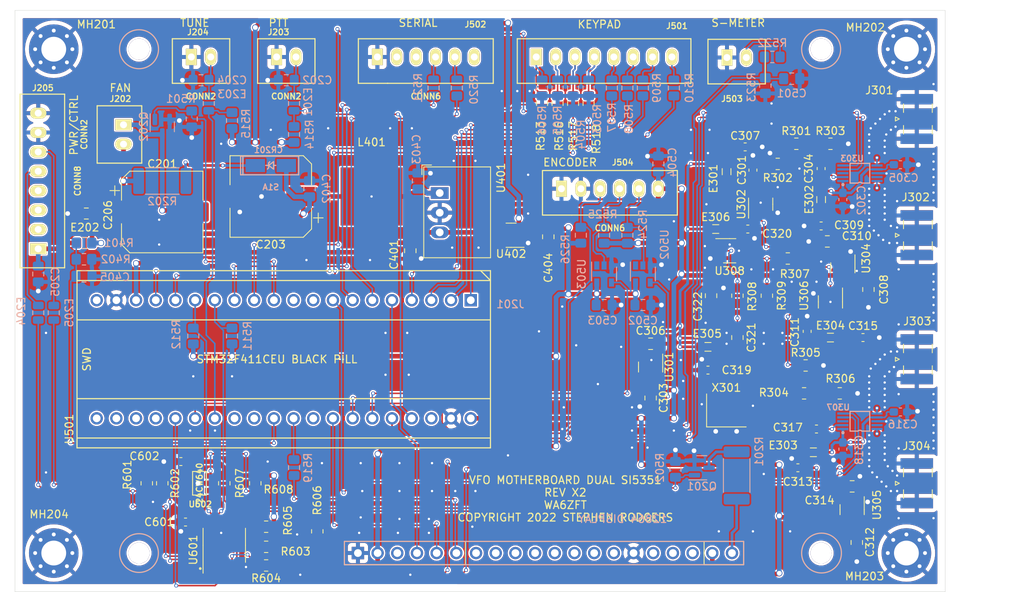
<source format=kicad_pcb>
(kicad_pcb (version 20211014) (generator pcbnew)
  (layers (0 "F.Cu" signal) (31 "B.Cu" signal) (34 "B.Paste" user) (35 "F.Paste" user) (36 "B.SilkS" user "B.Silkscreen") (37 "F.SilkS" user "F.Silkscreen") (38 "B.Mask" user) (39 "F.Mask" user) (44 "Edge.Cuts" user))
  (net 0 "")
  (net 1 "GND")
  (net 2 "/vfo_top/P13V8")
  (net 3 "/vfo_top/P3V3")
  (net 4 "/vfo_top/P5V0")
  (net 5 "/vfo_top/~{PTT}")
  (net 6 "/vfo_top/~{TUNE}")
  (net 7 "/vfo_top/SCL")
  (net 8 "/vfo_top/SDA")
  (net 9 "/vfo_top/CS_DISP_3V3")
  (net 10 "/vfo_top/MOSI_DISP_3V3")
  (net 11 "/vfo_top/SCK_DISP_3V3")
  (net 12 "Net-(C202-Pad1)")
  (net 13 "Net-(C501-Pad1)")
  (net 20 "/vfo_top/vfo_mpu/PB_ENC_3V3_N")
  (net 21 "/vfo_top/vfo_mpu/ENC_B_5V0")
  (net 22 "/vfo_top/vfo_mpu/ENC_A_5V0")
  (net 23 "/vfo_top/ENA_BL")
  (net 24 "/vfo_top/ENA_FAN")
  (net 25 "/vfo_top/vfo_mpu/C1_KP_3V3")
  (net 26 "/vfo_top/vfo_mpu/C2_KP_3V3")
  (net 27 "/vfo_top/vfo_mpu/C3_KP_3V3")
  (net 28 "/vfo_top/vfo_mpu/C4_KP_3V3")
  (net 29 "/vfo_top/vfo_mpu/R1_KP_3V3")
  (net 30 "/vfo_top/vfo_mpu/R2_KP_3V3")
  (net 31 "/vfo_top/vfo_mpu/R3_KP_3V3")
  (net 32 "/vfo_top/vfo_mpu/R4_KP_3V3")
  (net 33 "/vfo_top/vfo_mpu/TXD_UART_3V3")
  (net 34 "/vfo_top/vfo_mpu/RXD_UART_3V3")
  (net 35 "/vfo_top/vfo_mpu/I_ENC_3V3_N")
  (net 36 "/vfo_top/vfo_mpu/Q_ENC_3V3_N")
  (net 37 "/vfo_top/FAN_PWR")
  (net 38 "/vfo_top/FAN_RTN")
  (net 39 "Net-(C301-Pad1)")
  (net 40 "/vfo_top/vfo_clock_gen/P3V3_CLKA")
  (net 41 "Net-(C304-Pad1)")
  (net 42 "Net-(C304-Pad2)")
  (net 43 "/vfo_top/P13V8_IN")
  (net 44 "/vfo_top/vfo_clock_gen/P3V3_CLKA_LDO")
  (net 45 "/vfo_top/vfo_clock_gen/P3V3_CLKB_LDO")
  (net 46 "Net-(C315-Pad1)")
  (net 47 "/vfo_top/vfo_clock_gen/P3V3_CLKB")
  (net 48 "Net-(C317-Pad1)")
  (net 49 "Net-(C317-Pad2)")
  (net 50 "Net-(C319-Pad1)")
  (net 51 "Net-(C320-Pad1)")
  (net 52 "Net-(C321-Pad1)")
  (net 53 "Net-(C321-Pad2)")
  (net 54 "Net-(C322-Pad1)")
  (net 55 "/vfo_top/vfo_clock_gen/P3V3_OSC")
  (net 56 "/vfo_top/SCL_EXT")
  (net 57 "/vfo_top/SDA_EXT")
  (net 58 "Net-(J301-Pad2)")
  (net 59 "Net-(J302-Pad2)")
  (net 60 "Net-(J303-Pad2)")
  (net 61 "Net-(J304-Pad2)")
  (net 62 "Net-(R301-Pad1)")
  (net 63 "Net-(R304-Pad1)")
  (net 64 "Net-(R307-Pad1)")
  (net 65 "Net-(R307-Pad2)")
  (net 66 "/vfo_top/RESETN")
  (net 68 "/vfo_top/SCL_SI5351A")
  (net 69 "/vfo_top/SDA_SI5351A")
  (net 72 "/vfo_top/SCL_SI5351B")
  (net 73 "/vfo_top/SDA_SI5351B")
  (net 75 "Net-(R608-Pad2)")
  (net 76 "Net-(R607-Pad2)")
  (net 79 "Net-(C204-Pad1)")
  (net 80 "/vfo_top/vfo_power_supply/P13V8_F")
  (net 81 "Net-(E204-Pad1)")
  (net 82 "Net-(E205-Pad1)")
  (net 83 "Net-(Q201-Pad3)")
  (net 85 "/vfo_top/FAN_CATH")
  (net 90 "Net-(J201-Pad20)")
  (net 94 "Net-(J501-Pad1)")
  (net 95 "Net-(J501-Pad2)")
  (net 96 "Net-(J501-Pad3)")
  (net 97 "Net-(J501-Pad6)")
  (net 98 "Net-(J501-Pad7)")
  (net 99 "Net-(J501-Pad8)")
  (net 102 "Net-(J502-Pad4)")
  (net 103 "Net-(J502-Pad5)")
  (net 104 "Net-(J501-Pad4)")
  (net 105 "Net-(J501-Pad5)")
  (net 114 "Net-(J503-Pad2)")
  (net 119 "Net-(R519-Pad1)")
  (net 120 "/vfo_top/VMON")
  (footprint "Capacitor_SMD:C_0805_2012Metric_Pad1.15x1.40mm_HandSolder" (layer "F.Cu") (at 99.2 81.2 180)
    (fp_text reference "C206")
    (fp_text value "0.1u")
  )
  (footprint "Inductor_SMD:L_0805_2012Metric" (layer "F.Cu") (at 99 85)
    (fp_text reference "E202")
    (fp_text value "FB0805")
  )
  (footprint "mods:JST_B2B_XH_A" (layer "F.Cu") (at 104 71 -90)
    (fp_text reference "J202")
    (fp_text value "CONN2")
  )
  (footprint "mods:JST_B2B_XH_A" (layer "F.Cu") (at 125 61)
    (fp_text reference "J203")
    (fp_text value "CONN2")
  )
  (footprint "mods:JST_B2B_XH_A" (layer "F.Cu") (at 114 61)
    (fp_text reference "J204")
    (fp_text value "CONN2")
  )
  (footprint "mods:JST_B8B_XH_A" (layer "F.Cu") (at 93 77 90)
    (fp_text reference "J205")
    (fp_text value "CONN8")
  )
  (footprint "mods:JST_B8B_XH_A" (layer "F.Cu") (at 166 61)
    (fp_text reference "J501")
    (fp_text value "CONN8" hide)
  )
  (footprint "mods:JST_B6B_XH_A" (layer "F.Cu") (at 143 61)
    (fp_text reference "J502")
    (fp_text value "CONN6")
  )
  (footprint "mods:JST_B6B_XH_A" (layer "F.Cu") (at 166.75 78)
    (fp_text reference "J504")
    (fp_text value "CONN6")
  )
  (footprint "mods:IND-DRUM-7.8MMx5MM" (layer "F.Cu") (at 136 79 180)
    (fp_text reference "L401")
    (fp_text value "68uH")
  )
  (footprint "MountingHole:MountingHole_3.2mm_M3_Pad_Via" (layer "F.Cu") (at 95 60)
    (fp_text reference "MH201")
    (fp_text value "MountingHole_Pad")
  )
  (footprint "MountingHole:MountingHole_3.2mm_M3_Pad_Via" (layer "F.Cu") (at 205 60)
    (fp_text reference "MH202")
    (fp_text value "MountingHole_Pad")
  )
  (footprint "MountingHole:MountingHole_3.2mm_M3_Pad_Via" (layer "F.Cu") (at 205 125)
    (fp_text reference "MH203")
    (fp_text value "MountingHole_Pad")
  )
  (footprint "MountingHole:MountingHole_3.2mm_M3_Pad_Via" (layer "F.Cu") (at 95 125)
    (fp_text reference "MH204")
    (fp_text value "MountingHole_Pad")
  )
  (footprint "Resistor_SMD:R_0805_2012Metric_Pad1.15x1.40mm_HandSolder" (layer "F.Cu") (at 158 67 90)
    (fp_text reference "R513")
    (fp_text value "33")
  )
  (footprint "Resistor_SMD:R_0805_2012Metric_Pad1.15x1.40mm_HandSolder" (layer "F.Cu") (at 160 67 90)
    (fp_text reference "R516")
    (fp_text value "33")
  )
  (footprint "Resistor_SMD:R_0805_2012Metric_Pad1.15x1.40mm_HandSolder" (layer "F.Cu") (at 162 67 90)
    (fp_text reference "R517")
    (fp_text value "33")
  )
  (footprint "Resistor_SMD:R_0805_2012Metric_Pad1.15x1.40mm_HandSolder" (layer "F.Cu") (at 164 67 90)
    (fp_text reference "R518")
    (fp_text value "33")
  )
  (footprint "mods:BLACK_PILL_WE_ACT_STM32F411" (layer "F.Cu") (at 98 100 -90)
    (fp_text reference "U501")
    (fp_text value "BLACK_PILL_WE_ACT_STM32F411CEU6")
  )
  (footprint "Converter_DCDC:Converter_DCDC_RECOM_R-78E-0.5_THT" (layer "F.Cu") (at 144.7925 78.553 -90)
    (fp_text reference "U401")
    (fp_text value "R-78E5.0-1.0")
  )
  (footprint "mods:SOT23-3-SAR-V2" (layer "F.Cu") (at 154 84 180)
    (fp_text reference "U402")
    (fp_text value "ME6211A33M3G-N")
  )
  (footprint "Capacitor_SMD:C_0805_2012Metric_Pad1.18x1.45mm_HandSolder" (layer "F.Cu") (at 141 86 -90)
    (fp_text reference "C401")
    (fp_text value "10u")
  )
  (footprint "Capacitor_SMD:C_0805_2012Metric_Pad1.18x1.45mm_HandSolder" (layer "F.Cu") (at 158.8 84.2 -90)
    (fp_text reference "C404")
    (fp_text value "2.2u")
  )
  (footprint "Inductor_SMD:L_0805_2012Metric" (layer "F.Cu") (at 179.4 98.4 180)
    (fp_text reference "E305")
    (fp_text value "FB0805")
  )
  (footprint "Capacitor_SMD:C_0603_1608Metric_Pad1.08x0.95mm_HandSolder" (layer "F.Cu") (at 184.5375 83.2)
    (fp_text reference "C320")
    (fp_text value "0.1u")
  )
  (footprint "Resistor_SMD:R_0805_2012Metric_Pad1.20x1.40mm_HandSolder" (layer "F.Cu") (at 187 91.8 90)
    (fp_text reference "R309")
    (fp_text value "470K")
  )
  (footprint "Capacitor_SMD:C_0603_1608Metric_Pad1.08x0.95mm_HandSolder" (layer "F.Cu") (at 184.2 72.6)
    (fp_text reference "C307")
    (fp_text value "0.1u")
  )
  (footprint "Inductor_SMD:L_0805_2012Metric" (layer "F.Cu") (at 181.8 75.8 -90)
    (fp_text reference "E301")
    (fp_text value "FB0805")
  )
  (footprint "Inductor_SMD:L_0805_2012Metric" (layer "F.Cu") (at 193 112)
    (fp_text reference "E303")
    (fp_text value "FB0805")
  )
  (footprint "Capacitor_SMD:C_0603_1608Metric_Pad1.08x0.95mm_HandSolder" (layer "F.Cu") (at 194 75.4 -90)
    (fp_text reference "C304")
    (fp_text value "0.1u")
  )
  (footprint "mods:SOT23-3-SAR-V2" (layer "F.Cu") (at 196.8 88.2 -90)
    (fp_text reference "U304")
    (fp_text value "ME6211A33M3G-N")
  )
  (footprint "Resistor_SMD:R_0805_2012Metric_Pad1.20x1.40mm_HandSolder" (layer "F.Cu") (at 183.2 91.8 90)
    (fp_text reference "R308")
    (fp_text value "470K")
  )
  (footprint "mods:TSSOP-16_4.4x5mm_P0.65mm" (layer "F.Cu") (at 117 124 90)
    (fp_text reference "U601")
    (fp_text value "PCA9546APW")
  )
  (footprint "Capacitor_SMD:C_0805_2012Metric_Pad1.18x1.45mm_HandSolder" (layer "F.Cu") (at 194.8 84.8 180)
    (fp_text reference "C310")
    (fp_text value "1u")
  )
  (footprint "Resistor_SMD:R_0805_2012Metric_Pad1.20x1.40mm_HandSolder" (layer "F.Cu") (at 129 122.2 90)
    (fp_text reference "R606")
    (fp_text value "10K")
  )
  (footprint "mods:SMA_Launch_Kinghelm_KH-SMA-KE8-G" (layer "F.Cu") (at 206.3375 69 90)
    (fp_text reference "J301")
    (fp_text value "CONN_SMA_LAUNCH")
  )
  (footprint "Resistor_SMD:R_0805_2012Metric_Pad1.20x1.40mm_HandSolder" (layer "F.Cu") (at 188.4 74.8 180)
    (fp_text reference "R302")
    (fp_text value "100")
  )
  (footprint "Capacitor_SMD:C_0805_2012Metric_Pad1.18x1.45mm_HandSolder" (layer "F.Cu") (at 200.1 91 -90)
    (fp_text reference "C308")
    (fp_text value "1u")
  )
  (footprint "Resistor_SMD:R_0805_2012Metric_Pad1.20x1.40mm_HandSolder" (layer "F.Cu") (at 191.8 104.4)
    (fp_text reference "R304")
    (fp_text value "68")
  )
  (footprint "Package_TO_SOT_SMD:SOT-23-5" (layer "F.Cu") (at 195.2 92.6 -90)
    (fp_text reference "U306")
    (fp_text value "74LVC1G04")
  )
  (footprint "Capacitor_SMD:C_0805_2012Metric_Pad1.18x1.45mm_HandSolder" (layer "F.Cu") (at 172 105 -90)
    (fp_text reference "C303")
    (fp_text value "1u")
  )
  (footprint "Resistor_SMD:R_0805_2012Metric_Pad1.20x1.40mm_HandSolder" (layer "F.Cu") (at 192 100.8)
    (fp_text reference "R305")
    (fp_text value "100")
  )
  (footprint "Resistor_SMD:R_0805_2012Metric_Pad1.20x1.40mm_HandSolder" (layer "F.Cu") (at 117 116 -90)
    (fp_text reference "R607")
    (fp_text value "10K")
  )
  (footprint "Capacitor_SMD:C_0603_1608Metric_Pad1.08x0.95mm_HandSolder" (layer "F.Cu") (at 191 114 180)
    (fp_text reference "C313")
    (fp_text value "0.1u")
  )
  (footprint "Resistor_SMD:R_0805_2012Metric_Pad1.20x1.40mm_HandSolder" (layer "F.Cu") (at 109 116 -90)
    (fp_text reference "R602")
    (fp_text value "10K")
  )
  (footprint "Resistor_SMD:R_0805_2012Metric_Pad1.20x1.40mm_HandSolder" (layer "F.Cu") (at 122.4 124.2 180)
    (fp_text reference "R603")
    (fp_text value "10K")
  )
  (footprint "Capacitor_SMD:C_0805_2012Metric_Pad1.18x1.45mm_HandSolder" (layer "F.Cu") (at 172 98)
    (fp_text reference "C306")
    (fp_text value "1u")
  )
  (footprint "mods:SOT23-5-SAR" (layer "F.Cu") (at 113.8 116 90)
    (fp_text reference "U602")
    (fp_text value "24CW640")
  )
  (footprint "Resistor_SMD:R_0805_2012Metric_Pad1.20x1.40mm_HandSolder" (layer "F.Cu") (at 190.8 72.2)
    (fp_text reference "R301")
    (fp_text value "68")
  )
  (footprint "Capacitor_SMD:C_0603_1608Metric_Pad1.08x0.95mm_HandSolder" (layer "F.Cu") (at 192.2 96.4 90)
    (fp_text reference "C311")
    (fp_text value "0.1u")
  )
  (footprint "Resistor_SMD:R_0805_2012Metric_Pad1.20x1.40mm_HandSolder" (layer "F.Cu") (at 107 116 -90)
    (fp_text reference "R601")
    (fp_text value "10K")
  )
  (footprint "Capacitor_SMD:C_0805_2012Metric_Pad1.18x1.45mm_HandSolder" (layer "F.Cu") (at 198.6 123.6375 -90)
    (fp_text reference "C312")
    (fp_text value "1u")
  )
  (footprint "Capacitor_SMD:C_0603_1608Metric_Pad1.08x0.95mm_HandSolder" (layer "F.Cu") (at 194 82.8 180)
    (fp_text reference "C309")
    (fp_text value "0.1u")
  )
  (footprint "Capacitor_SMD:C_0805_2012Metric_Pad1.18x1.45mm_HandSolder" (layer "F.Cu") (at 198 116.4)
    (fp_text reference "C314")
    (fp_text value "1u")
  )
  (footprint "Capacitor_SMD:C_0603_1608Metric_Pad1.08x0.95mm_HandSolder" (layer "F.Cu") (at 193.4 109)
    (fp_text reference "C317")
    (fp_text value "0.1u")
  )
  (footprint "Capacitor_SMD:C_0603_1608Metric_Pad1.08x0.95mm_HandSolder" (layer "F.Cu") (at 199.4 97.2)
    (fp_text reference "C315")
    (fp_text value "0.1u")
  )
  (footprint "mods:SOT23-3-SAR-V2" (layer "F.Cu") (at 198 119.4 -90)
    (fp_text reference "U305")
    (fp_text value "ME6211A33M3G-N")
  )
  (footprint "Resistor_SMD:R_0805_2012Metric_Pad1.20x1.40mm_HandSolder" (layer "F.Cu") (at 121 116 -90)
    (fp_text reference "R608")
    (fp_text value "10K")
  )
  (footprint "Resistor_SMD:R_0805_2012Metric_Pad1.20x1.40mm_HandSolder" (layer "F.Cu") (at 122.4 121.6 180)
    (fp_text reference "R605")
    (fp_text value "10K")
  )
  (footprint "Capacitor_SMD:C_0603_1608Metric_Pad1.08x0.95mm_HandSolder" (layer "F.Cu") (at 179.4 101.4 180)
    (fp_text reference "C319")
    (fp_text value "0.1u")
  )
  (footprint "Capacitor_SMD:C_0603_1608Metric_Pad1.08x0.95mm_HandSolder" (layer "F.Cu") (at 111.4 113.2 180)
    (fp_text reference "C602")
    (fp_text value "0.1u")
  )
  (footprint "Resistor_SMD:R_0805_2012Metric_Pad1.20x1.40mm_HandSolder" (layer "F.Cu") (at 122.4 126.6 180)
    (fp_text reference "R604")
    (fp_text value "10K")
  )
  (footprint "mods:SOT23-3-SAR-V2" (layer "F.Cu") (at 172 101 -90)
    (fp_text reference "U301")
    (fp_text value "ME6211A33M3G-N")
  )
  (footprint "Capacitor_SMD:C_0805_2012Metric_Pad1.18x1.45mm_HandSolder" (layer "F.Cu") (at 183.2 97.2 -90)
    (fp_text reference "C321")
    (fp_text value "0.01u")
  )
  (footprint "Capacitor_SMD:C_0805_2012Metric_Pad1.18x1.45mm_HandSolder" (layer "F.Cu") (at 179.8 91.8 90)
    (fp_text reference "C322")
    (fp_text value "0.01u")
  )
  (footprint "Inductor_SMD:L_0805_2012Metric" (layer "F.Cu") (at 180.4 83.2)
    (fp_text reference "E306")
    (fp_text value "FB0805")
  )
  (footprint "Resistor_SMD:R_0805_2012Metric_Pad1.20x1.40mm_HandSolder" (layer "F.Cu") (at 196.4 104.4)
    (fp_text reference "R306")
    (fp_text value "33")
  )
  (footprint "Capacitor_SMD:CP_Elec_10x10" (layer "F.Cu") (at 109 81)
    (fp_text reference "C201")
    (fp_text value "470u")
  )
  (footprint "mods:SMA_Launch_Kinghelm_KH-SMA-KE8-G" (layer "F.Cu") (at 206.3375 116 90)
    (fp_text reference "J304")
    (fp_text value "CONN_SMA_LAUNCH")
  )
  (footprint "Resistor_SMD:R_0805_2012Metric_Pad1.20x1.40mm_HandSolder" (layer "F.Cu") (at 195.2 72.2)
    (fp_text reference "R303")
    (fp_text value "33")
  )
  (footprint "mods:JST_B2B_XH_A" (layer "F.Cu") (at 183.1 61.075)
    (fp_text reference "J503")
    (fp_text value "CONN2" hide)
  )
  (footprint "Capacitor_SMD:C_0603_1608Metric_Pad1.08x0.95mm_HandSolder" (layer "F.Cu") (at 112 121 180)
    (fp_text reference "C601")
    (fp_text value "0.1u")
  )
  (footprint "Package_TO_SOT_SMD:SOT-23-5" (layer "F.Cu") (at 186.2 80 90)
    (fp_text reference "U302")
    (fp_text value "74LVC1G04")
  )
  (footprint "Oscillator:Oscillator_SMD_Abracon_ASE-4Pin_3.2x2.5mm_HandSoldering" (layer "F.Cu") (at 181.775 106.6)
    (fp_text reference "X301")
    (fp_text value "OSC-ABRACON-ATX-11")
  )
  (footprint "Resistor_SMD:R_0805_2012Metric_Pad1.20x1.40mm_HandSolder" (layer "F.Cu") (at 189.7 87 180)
    (fp_text reference "R307")
    (fp_text value "33")
  )
  (footprint "mods:SMA_Launch_Kinghelm_KH-SMA-KE8-G" (layer "F.Cu") (at 206.3375 84 90)
    (fp_text reference "J302")
    (fp_text value "CONN_SMA_LAUNCH")
  )
  (footprint "Package_TO_SOT_SMD:SOT-23-5" (layer "F.Cu") (at 182.2 86)
    (fp_text reference "U308")
    (fp_text value "74LVC1G04")
  )
  (footprint "Inductor_SMD:L_0805_2012Metric" (layer "F.Cu") (at 194 79.4 90)
    (fp_text reference "E302")
    (fp_text value "FB0805")
  )
  (footprint "Inductor_SMD:L_0805_2012Metric" (layer "F.Cu") (at 195.2 97.2)
    (fp_text reference "E304")
    (fp_text value "FB0805")
  )
  (footprint "Capacitor_SMD:CP_Elec_10x10" (layer "F.Cu") (at 123 79 180)
    (fp_text reference "C203")
    (fp_text value "470u")
  )
  (footprint "mods:SMA_Launch_Kinghelm_KH-SMA-KE8-G" (layer "F.Cu") (at 206.3375 100 90)
    (fp_text reference "J303")
    (fp_text value "CONN_SMA_LAUNCH")
  )
  (footprint "Capacitor_SMD:C_0603_1608Metric_Pad1.08x0.95mm_HandSolder" (layer "F.Cu") (at 185.2 75.6 90)
    (fp_text reference "C301")
    (fp_text value "0.1u")
  )
  (footprint "Capacitor_SMD:C_0805_2012Metric_Pad1.15x1.40mm_HandSolder" (layer "B.Cu") (at 125 64 180)
    (fp_text reference "C202")
    (fp_text value "1000p")
  )
  (footprint "Capacitor_SMD:C_0805_2012Metric_Pad1.15x1.40mm_HandSolder" (layer "B.Cu") (at 171 93)
    (fp_text reference "C502")
    (fp_text value "0.1u")
  )
  (footprint "Capacitor_SMD:C_0805_2012Metric_Pad1.15x1.40mm_HandSolder" (layer "B.Cu") (at 166 93)
    (fp_text reference "C503")
    (fp_text value "0.1u")
  )
  (footprint "Capacitor_SMD:C_0805_2012Metric_Pad1.15x1.40mm_HandSolder" (layer "B.Cu") (at 173 74.8 90)
    (fp_text reference "C504")
    (fp_text value "0.1u")
  )
  (footprint "Inductor_SMD:L_0805_2012Metric" (layer "B.Cu") (at 126 67 90)
    (fp_text reference "E201")
    (fp_text value "FB0805")
  )
  (footprint "Inductor_SMD:L_0805_2012Metric" (layer "B.Cu") (at 115 67 90)
    (fp_text reference "E203")
    (fp_text value "FB0805")
  )
  (footprint "Inductor_SMD:L_0805_2012Metric" (layer "B.Cu") (at 93 94 -90)
    (fp_text reference "E204")
    (fp_text value "FB0805")
  )
  (footprint "Inductor_SMD:L_0805_2012Metric" (layer "B.Cu") (at 95 94 -90)
    (fp_text reference "E205")
    (fp_text value "FB0805")
  )
  (footprint "mods:SOT23-3-SAR-V2" (layer "B.Cu") (at 178.6 114)
    (fp_text reference "Q201")
    (fp_text value "SI2306")
  )
  (footprint "mods:SOT23-3-SAR-V2" (layer "B.Cu") (at 109 70 -90)
    (fp_text reference "Q202")
    (fp_text value "SI2306")
  )
  (footprint "Resistor_SMD:R_2512_6332Metric_Pad1.40x3.35mm_HandSolder" (layer "B.Cu") (at 183.1 115 90)
    (fp_text reference "R201")
    (fp_text value "24")
  )
  (footprint "Resistor_SMD:R_0805_2012Metric_Pad1.15x1.40mm_HandSolder" (layer "B.Cu") (at 112.8 69 90)
    (fp_text reference "R501")
    (fp_text value "3.3K")
  )
  (footprint "Resistor_SMD:R_0805_2012Metric_Pad1.15x1.40mm_HandSolder" (layer "B.Cu") (at 175.2 114.2 -90)
    (fp_text reference "R502")
    (fp_text value "3.3K")
  )
  (footprint "Resistor_SMD:R_0805_2012Metric_Pad1.15x1.40mm_HandSolder" (layer "B.Cu") (at 164 65 90)
    (fp_text reference "R503")
    (fp_text value "3.3K")
  )
  (footprint "Resistor_SMD:R_0805_2012Metric_Pad1.15x1.40mm_HandSolder" (layer "B.Cu") (at 162 65 90)
    (fp_text reference "R504")
    (fp_text value "3.3K")
  )
  (footprint "Resistor_SMD:R_0805_2012Metric_Pad1.15x1.40mm_HandSolder" (layer "B.Cu") (at 160 65 90)
    (fp_text reference "R505")
    (fp_text value "3.3K")
  )
  (footprint "Resistor_SMD:R_0805_2012Metric_Pad1.15x1.40mm_HandSolder" (layer "B.Cu") (at 158 65 90)
    (fp_text reference "R506")
    (fp_text value "3.3K")
  )
  (footprint "Resistor_SMD:R_0805_2012Metric_Pad1.15x1.40mm_HandSolder" (layer "B.Cu") (at 169 65 -90)
    (fp_text reference "R508")
    (fp_text value "220")
  )
  (footprint "Resistor_SMD:R_0805_2012Metric_Pad1.15x1.40mm_HandSolder" (layer "B.Cu") (at 171 65 -90)
    (fp_text reference "R509")
    (fp_text value "220")
  )
  (footprint "Resistor_SMD:R_0805_2012Metric_Pad1.15x1.40mm_HandSolder" (layer "B.Cu") (at 118 97 -90)
    (fp_text reference "R511")
    (fp_text value "1K")
  )
  (footprint "Resistor_SMD:R_0805_2012Metric_Pad1.15x1.40mm_HandSolder" (layer "B.Cu") (at 113 97 -90)
    (fp_text reference "R512")
    (fp_text value "1K")
  )
  (footprint "Resistor_SMD:R_0805_2012Metric_Pad1.15x1.40mm_HandSolder" (layer "B.Cu") (at 126 71 90)
    (fp_text reference "R514")
    (fp_text value "1K")
  )
  (footprint "Resistor_SMD:R_0805_2012Metric_Pad1.15x1.40mm_HandSolder" (layer "B.Cu") (at 118 69.2 90)
    (fp_text reference "R515")
    (fp_text value "1K")
  )
  (footprint "Resistor_SMD:R_0805_2012Metric_Pad1.15x1.40mm_HandSolder" (layer "B.Cu") (at 126 113.975 -90)
    (fp_text reference "R519")
    (fp_text value "33")
  )
  (footprint "Resistor_SMD:R_0805_2012Metric_Pad1.15x1.40mm_HandSolder" (layer "B.Cu") (at 147 65 -90)
    (fp_text reference "R520")
    (fp_text value "470")
  )
  (footprint "Resistor_SMD:R_0805_2012Metric_Pad1.15x1.40mm_HandSolder" (layer "B.Cu") (at 144 65 -90)
    (fp_text reference "R521")
    (fp_text value "470")
  )
  (footprint "Resistor_SMD:R_0805_2012Metric_Pad1.15x1.40mm_HandSolder" (layer "B.Cu") (at 169 84 90)
    (fp_text reference "R524")
    (fp_text value "3.3K")
  )
  (footprint "Resistor_SMD:R_0805_2012Metric_Pad1.15x1.40mm_HandSolder" (layer "B.Cu") (at 166 84 90)
    (fp_text reference "R525")
    (fp_text value "3.3K")
  )
  (footprint "Resistor_SMD:R_0805_2012Metric_Pad1.15x1.40mm_HandSolder" (layer "B.Cu") (at 163 84 90)
    (fp_text reference "R526")
    (fp_text value "3.3K")
  )
  (footprint "Package_TO_SOT_SMD:SOT-23-5" (layer "B.Cu") (at 171 89 -90)
    (fp_text reference "U502")
    (fp_text value "74LVC1G14")
  )
  (footprint "Package_TO_SOT_SMD:SOT-23-5" (layer "B.Cu") (at 166 89 -90)
    (fp_text reference "U503")
    (fp_text value "74LVC1G14")
  )
  (footprint "mods:12864_display" (layer "B.Cu") (at 150 92.5 180)
    (fp_text reference "J201")
    (fp_text value "Conn_01x20")
  )
  (footprint "Capacitor_SMD:C_0805_2012Metric_Pad1.15x1.40mm_HandSolder" (layer "B.Cu") (at 93 89 -90)
    (fp_text reference "C205")
    (fp_text value "0.1u")
  )
  (footprint "Capacitor_SMD:C_0805_2012Metric_Pad1.18x1.45mm_HandSolder" (layer "B.Cu") (at 128 78 90)
    (fp_text reference "C402")
    (fp_text value "10u")
  )
  (footprint "Capacitor_SMD:C_0805_2012Metric_Pad1.18x1.45mm_HandSolder" (layer "B.Cu") (at 142 77 90)
    (fp_text reference "C403")
    (fp_text value "2.2u")
  )
  (footprint "Resistor_SMD:R_0805_2012Metric_Pad1.15x1.40mm_HandSolder" (layer "B.Cu") (at 175 65 -90)
    (fp_text reference "R510")
    (fp_text value "220")
  )
  (footprint "Resistor_SMD:R_0805_2012Metric_Pad1.15x1.40mm_HandSolder" (layer "B.Cu") (at 167 65 -90)
    (fp_text reference "R507")
    (fp_text value "220")
  )
  (footprint "Capacitor_SMD:C_0805_2012Metric_Pad1.15x1.40mm_HandSolder" (layer "B.Cu") (at 114 64 180)
    (fp_text reference "C204")
    (fp_text value "1000p")
  )
  (footprint "Resistor_SMD:R_0805_2012Metric_Pad1.20x1.40mm_HandSolder" (layer "B.Cu") (at 98.9 85 180)
    (fp_text reference "R401")
    (fp_text value "12K")
  )
  (footprint "Resistor_SMD:R_2512_6332Metric_Pad1.40x3.35mm_HandSolder" (layer "B.Cu") (at 109 77)
    (fp_text reference "R202")
    (fp_text value "24")
  )
  (footprint "mods:MSOP-10-SAR" (layer "B.Cu") (at 199 108 90)
    (fp_text reference "U307")
    (fp_text value "Si5351")
  )
  (footprint "Capacitor_SMD:C_0603_1608Metric_Pad1.08x0.95mm_HandSolder" (layer "B.Cu") (at 204.2375 74.9)
    (fp_text reference "C305")
    (fp_text value "0.1u")
  )
  (footprint "Capacitor_SMD:C_0805_2012Metric_Pad1.18x1.45mm_HandSolder" (layer "B.Cu") (at 190.2 63.8)
    (fp_text reference "C501")
    (fp_text value "0.1u")
  )
  (footprint "Capacitor_SMD:C_0603_1608Metric_Pad1.08x0.95mm_HandSolder" (layer "B.Cu") (at 196.8 79.4 -90)
    (fp_text reference "C302")
    (fp_text value "0.1u")
  )
  (footprint "Resistor_SMD:R_0805_2012Metric_Pad1.20x1.40mm_HandSolder" (layer "B.Cu") (at 98.9 87.1)
    (fp_text reference "R402")
    (fp_text value "3K")
  )
  (footprint "mods:SMA-SAR" (layer "B.Cu") (at 123 75 180)
    (fp_text reference "CR201")
    (fp_text value "S1A")
  )
  (footprint "Capacitor_SMD:C_0603_1608Metric_Pad1.08x0.95mm_HandSolder" (layer "B.Cu") (at 204.2375 106.8)
    (fp_text reference "C316")
    (fp_text value "0.1u")
  )
  (footprint "Resistor_SMD:R_0805_2012Metric_Pad1.20x1.40mm_HandSolder" (layer "B.Cu") (at 187.7 61 180)
    (fp_text reference "R522")
    (fp_text value "12K")
  )
  (footprint "Resistor_SMD:R_0805_2012Metric_Pad1.20x1.40mm_HandSolder" (layer "B.Cu") (at 186.8 64.7 -90)
    (fp_text reference "R523")
    (fp_text value "3.3K")
  )
  (footprint "Capacitor_SMD:C_0805_2012Metric_Pad1.18x1.45mm_HandSolder" (layer "B.Cu") (at 98.9 89.3)
    (fp_text reference "C405")
    (fp_text value "0.1u")
  )
  (footprint "mods:MSOP-10-SAR" (layer "B.Cu") (at 199 76 90)
    (fp_text reference "U303")
    (fp_text value "Si5351")
  )
  (footprint "Capacitor_SMD:C_0603_1608Metric_Pad1.08x0.95mm_HandSolder" (layer "B.Cu") (at 196.8 111.6 -90)
    (fp_text reference "C318")
    (fp_text value "0.1u")
  )
  (gr_rect (start 178.9 123.5) (end 184 126.5) (layer "F.SilkS") (width 0.12) (fill none))
  (gr_rect (start 132.5 123.5) (end 148.1 126.5) (layer "F.SilkS") (width 0.12) (fill none))
  (gr_line (start 90 130) (end 90 55) (layer "Edge.Cuts") (width 0.05))
  (gr_line (start 210 130) (end 90 130) (layer "Edge.Cuts") (width 0.05))
  (gr_line (start 90 55) (end 210 55) (layer "Edge.Cuts") (width 0.05))
  (gr_line (start 210 55) (end 210 130) (layer "Edge.Cuts") (width 0.05))
  (gr_text "12864 DISPLAY" (at 168.4 120.6) (layer "B.SilkS") (effects (font (size 1 1)) (justify mirror)))
  (gr_text "STM32F411CEU BLACK PILL" (at 123.8 100) (layer "F.SilkS") (effects (font (size 1 1))))
  (gr_text "TUNE" (at 113.2 56.6) (layer "F.SilkS") (effects (font (size 1 1))))
  (gr_text "KEYPAD" (at 165.4 56.8) (layer "F.SilkS") (effects (font (size 1 1))))
  (gr_text "FAN" (at 103.6 65) (layer "F.SilkS") (effects (font (size 1 1))))
  (gr_text "SERIAL" (at 142 56.6) (layer "F.SilkS") (effects (font (size 1 1))))
  (gr_text "S-METER" (at 183.3 56.6) (layer "F.SilkS") (effects (font (size 1 1))))
  (gr_text "ENCODER" (at 161.6 74.6) (layer "F.SilkS") (effects (font (size 1 1))))
  (gr_text "PTT\n" (at 124 56.6) (layer "F.SilkS") (effects (font (size 1 1))))
  (gr_text "VFO MOTHERBOARD DUAL SI5351\nREV X2\nWA6ZFT\nCOPYRIGHT 2022 STEPHEN RODGERS" (at 161 118) (layer "F.SilkS") (effects (font (size 1 1))))
  (gr_text "PWR/CTRL" (at 97.6 69.8 90) (layer "F.SilkS") (effects (font (size 1 1))))
  (segment (start 188.3625 81.1375) (end 188.4 81.1) (width 0.6) (layer "F.Cu") (net 1))
  (segment (start 180.4 107.7) (end 180.4 109.3) (width 0.6) (layer "F.Cu") (net 1))
  (segment (start 110.5375 113.2) (end 109.2 113.2) (width 0.6) (layer "F.Cu") (net 1))
  (segment (start 193.0375 91.4625) (end 193 91.5) (width 0.6) (layer "F.Cu") (net 1))
  (segment (start 181.0625 86.95) (end 179.75 86.95) (width 0.6) (layer "F.Cu") (net 1))
  (segment (start 193.1375 82.8) (end 191.8 82.8) (width 0.6) (layer "F.Cu") (net 1))
  (segment (start 187.4 74.8) (end 187.4 73.4) (width 0.6) (layer "F.Cu") (net 1))
  (segment (start 192.2 95.5375) (end 192.2 94.437) (width 0.6) (layer "F.Cu") (net 1))
  (segment (start 185.4 83.2) (end 185.4 84.4) (width 0.6) (layer "F.Cu") (net 1))
  (segment (start 172 106.0375) (end 170.6625 106.0375) (width 0.6) (layer "F.Cu") (net 1))
  (segment (start 119.7375 126.8625) (end 119.8 126.8) (width 0.2) (layer "F.Cu") (net 1))
  (segment (start 115 116) (end 113.6 116) (width 0.6) (layer "F.Cu") (net 1))
  (segment (start 179.75 86.95) (end 179.7 87) (width 0.6) (layer "F.Cu") (net 1))
  (segment (start 111.1375 121.9375) (end 111.4 122.2) (width 0.6) (layer "F.Cu") (net 1))
  (segment (start 200.1 92.0375) (end 200.1 93.3) (width 0.6) (layer "F.Cu") (net 1))
  (segment (start 98.175 81.2) (end 96.8 81.2) (width 0.6) (layer "F.Cu") (net 1))
  (segment (start 119 79) (end 119 81) (width 0.6) (layer "F.Cu") (net 1))
  (segment (start 179.8 90.7625) (end 181.3625 90.7625) (width 0.6) (layer "F.Cu") (net 1))
  (segment (start 187.15 81.1375) (end 188.3625 81.1375) (width 0.6) (layer "F.Cu") (net 1))
  (segment (start 190.1375 112.8625) (end 190.2 112.8) (width 0.6) (layer "F.Cu") (net 1))
  (segment (start 141 87.0375) (end 142.3625 87.0375) (width 0.6) (layer "F.Cu") (net 1))
  (segment (start 199 115.1) (end 199 116.3625) (width 0.6) (layer "F.Cu") (net 1))
  (segment (start 192.4 84.8) (end 193.7625 84.8) (width 0.6) (layer "F.Cu") (net 1))
  (segment (start 183.15 109.25) (end 183.1 109.3) (width 0.6) (layer "F.Cu") (net 1))
  (segment (start 200.2625 97.2) (end 201.5 97.2) (width 0.6) (layer "F.Cu") (net 1))
  (segment (start 181.3625 90.7625) (end 181.4 90.8) (width 0.6) (layer "F.Cu") (net 1))
  (segment (start 111.1375 121) (end 111.1375 121.9375) (width 0.6) (layer "F.Cu") (net 1))
  (segment (start 185.0625 72.6) (end 186.4 72.6) (width 0.6) (layer "F.Cu") (net 1))
  (segment (start 178.5375 100.0625) (end 178.6 100) (width 0.6) (layer "F.Cu") (net 1))
  (segment (start 170.6625 106.0375) (end 170.6 106.1) (width 0.6) (layer "F.Cu") (net 1))
  (segment (start 142.3625 87.0375) (end 142.4 87) (width 0.6) (layer "F.Cu") (net 1))
  (segment (start 185.2 74.7375) (end 185.2 73.7) (width 0.6) (layer "F.Cu") (net 1))
  (segment (start 199 116.3625) (end 199.0375 116.4) (width 0.6) (layer "F.Cu") (net 1))
  (segment (start 178.5375 101.4) (end 178.5375 100.0625) (width 0.6) (layer "F.Cu") (net 1))
  (segment (start 183.15 107.7) (end 183.15 109.25) (width 0.6) (layer "F.Cu") (net 1))
  (segment (start 197.4 104.4) (end 198.7 104.4) (width 0.6) (layer "F.Cu") (net 1))
  (segment (start 197.78 86.12) (end 197.8 86.1) (width 0.6) (layer "F.Cu") (net 1))
  (segment (start 116.675 121.1375) (end 116.675 122.325) (width 0.2) (layer "F.Cu") (net 1))
  (segment (start 196.2 72.2) (end 197.5 72.2) (width 0.6) (layer "F.Cu") (net 1))
  (segment (start 199.0375 115.1375) (end 199 115.1) (width 0.6) (layer "F.Cu") (net 1))
  (segment (start 198.6 124.675) (end 198.6 126.1) (width 0.6) (layer "F.Cu") (net 1))
  (segment (start 198.98 118.39) (end 199.99 118.39) (width 0.6) (layer "F.Cu") (net 1))
  (segment (start 119.275 126.8625) (end 119.7375 126.8625) (width 0.2) (layer "F.Cu") (net 1))
  (segment (start 119 79) (end 121.8 79) (width 0.6) (layer "F.Cu") (net 1))
  (segment (start 194.25 91.4625) (end 193.0375 91.4625) (width 0.6) (layer "F.Cu") (net 1))
  (segment (start 193 100.8) (end 194.3 100.8) (width 0.6) (layer "F.Cu") (net 1))
  (segment (start 172.95 100.0625) (end 172.1375 100.0625) (width 0.6) (layer "F.Cu") (net 1))
  (segment (start 155.01 84.98) (end 156.18 84.98) (width 0.6) (layer "F.Cu") (net 1))
  (segment (start 190.1375 114) (end 190.1375 112.8625) (width 0.6) (layer "F.Cu") (net 1))
  (segment (start 199.99 118.39) (end 200 118.4) (width 0.6) (layer "F.Cu") (net 1))
  (segment (start 156.18 84.98) (end 156.2 85) (width 0.6) (layer "F.Cu") (net 1))
  (segment (start 116.675 122.325) (end 116.6 122.4) (width 0.2) (layer "F.Cu") (net 1))
  (segment (start 197.78 87.19) (end 197.78 86.12) (width 0.6) (layer "F.Cu") (net 1))
  (segment (start 172.1375 100.0625) (end 172.1 100.1) (width 0.6) (layer "F.Cu") (net 1))
  (via (at 138.4 70.2) (size 0.5) (drill 0.3) (layers "F.Cu" "B.Cu") (net 1))
  (via (at 202.2 105.4) (size 0.5) (drill 0.3) (layers "F.Cu" "B.Cu") (net 1))
  (via (at 208.5 106.5) (size 0.5) (drill 0.3) (layers "F.Cu" "B.Cu") (net 1))
  (via (at 175.9 100.1) (size 0.5) (drill 0.3) (layers "F.Cu" "B.Cu") (net 1))
  (via (at 171.6 111.4) (size 0.5) (drill 0.3) (layers "F.Cu" "B.Cu") (net 1))
  (via (at 202.2 72.6) (size 0.5) (drill 0.3) (layers "F.Cu" "B.Cu") (net 1))
  (via (at 112.6 109.2) (size 0.5) (drill 0.3) (layers "F.Cu" "B.Cu") (net 1))
  (via (at 190.2 90) (size 0.5) (drill 0.3) (layers "F.Cu" "B.Cu") (net 1))
  (via (at 160.6 93.2) (size 0.5) (drill 0.3) (layers "F.Cu" "B.Cu") (net 1))
  (via (at 200.2 71.8) (size 0.5) (drill 0.3) (layers "F.Cu" "B.Cu") (net 1))
  (via (at 200.2 78.8) (size 0.5) (drill 0.3) (layers "F.Cu" "B.Cu") (net 1))
  (via (at 130.4 70.2) (size 0.5) (drill 0.3) (layers "F.Cu" "B.Cu") (net 1))
  (via (at 208.5 93) (size 0.5) (drill 0.3) (layers "F.Cu" "B.Cu") (net 1))
  (via (at 187.6 67) (size 0.5) (drill 0.3) (layers "F.Cu" "B.Cu") (net 1))
  (via (at 202.8 68) (size 0.5) (drill 0.3) (layers "F.Cu" "B.Cu") (net 1))
  (via (at 200.2 73.4) (size 0.5) (drill 0.3) (layers "F.Cu" "B.Cu") (net 1))
  (via (at 208.5 120.5) (size 0.5) (drill 0.3) (layers "F.Cu" "B.Cu") (net 1))
  (via (at 142.4 87) (size 0.8) (drill 0.6) (layers "F.Cu" "B.Cu") (net 1))
  (via (at 135.8 87.2) (size 0.5) (drill 0.3) (layers "F.Cu" "B.Cu") (net 1))
  (via (at 157.6 96.4) (size 0.5) (drill 0.3) (layers "F.Cu" "B.Cu") (net 1))
  (via (at 190.2 112.8) (size 0.8) (drill 0.6) (layers "F.Cu" "B.Cu") (net 1))
  (via (at 168.2 98.4) (size 0.5) (drill 0.3) (layers "F.Cu" "B.Cu") (net 1))
  (via (at 177.2 73.4) (size 0.5) (drill 0.3) (layers "F.Cu" "B.Cu") (net 1))
  (via (at 194.3 100.8) (size 0.8) (drill 0.6) (layers "F.Cu" "B.Cu") (net 1))
  (via (at 137.8 96.6) (size 0.5) (drill 0.3) (layers "F.Cu" "B.Cu") (net 1))
  (via (at 203 99) (size 0.5) (drill 0.3) (layers "F.Cu" "B.Cu") (net 1))
  (via (at 204 120.5) (size 0.5) (drill 0.3) (layers "F.Cu" "B.Cu") (net 1))
  (via (at 171.6 73.8) (size 0.8) (drill 0.6) (layers "F.Cu" "B.Cu") (net 1))
  (via (at 202.2 73.4) (size 0.5) (drill 0.3) (layers "F.Cu" "B.Cu") (net 1))
  (via (at 200.2 79.6) (size 0.5) (drill 0.3) (layers "F.Cu" "B.Cu") (net 1))
  (via (at 192.2 94.437) (size 0.8) (drill 0.6) (layers "F.Cu" "B.Cu") (net 1))
  (via (at 208.5 104.5) (size 0.5) (drill 0.3) (layers "F.Cu" "B.Cu") (net 1))
  (via (at 204 111.5) (size 0.5) (drill 0.3) (layers "F.Cu" "B.Cu") (net 1))
  (via (at 202.2 99.4) (size 0.5) (drill 0.3) (layers "F.Cu" "B.Cu") (net 1))
  (via (at 203.8 115) (size 0.5) (drill 0.3) (layers "F.Cu" "B.Cu") (net 1))
  (via (at 202.4 71) (size 0.5) (drill 0.3) (layers "F.Cu" "B.Cu") (net 1))
  (via (at 169.6 111.4) (size 0.5) (drill 0.3) (layers "F.Cu" "B.Cu") (net 1))
  (via (at 186.2 79.8) (size 0.5) (drill 0.3) (layers "F.Cu" "B.Cu") (net 1))
  (via (at 208.5 94) (size 0.5) (drill 0.3) (layers "F.Cu" "B.Cu") (net 1))
  (via (at 198.6 88.6) (size 0.5) (drill 0.3) (layers "F.Cu" "B.Cu") (net 1))
  (via (at 140.8 102) (size 0.5) (drill 0.3) (layers "F.Cu" "B.Cu") (net 1))
  (via (at 175 82.2) (size 0.5) (drill 0.3) (layers "F.Cu" "B.Cu") (net 1))
  (via (at 200.2 109.8) (size 0.5) (drill 0.3) (layers "F.Cu" "B.Cu") (net 1))
  (via (at 203.8 99) (size 0.5) (drill 0.3) (layers "F.Cu" "B.Cu") (net 1))
  (via (at 189 98) (size 0.5) (drill 0.3) (layers "F.Cu" "B.Cu") (net 1))
  (via (at 126.4 122.6) (size 0.5) (drill 0.3) (layers "F.Cu" "B.Cu") (net 1))
  (via (at 122.6 64) (size 0.8) (drill 0.6) (layers "F.Cu" "B.Cu") (net 1))
  (via (at 202.2 111.4) (size 0.5) (drill 0.3) (layers "F.Cu" "B.Cu") (net 1))
  (via (at 197.8 86.1) (size 0.8) (drill 0.6) (layers "F.Cu" "B.Cu") (net 1))
  (via (at 185.2 122.2) (size 0.5) (drill 0.3) (layers "F.Cu" "B.Cu") (net 1))
  (via (at 178.6 100) (size 0.8) (drill 0.6) (layers "F.Cu" "B.Cu") (net 1))
  (via (at 200.4 101.2) (size 0.5) (drill 0.3) (layers "F.Cu" "B.Cu") (net 1))
  (via (at 143.4 120.6) (size 0.5) (drill 0.3) (layers "F.Cu" "B.Cu") (net 1))
  (via (at 185.2 106) (size 0.5) (drill 0.3) (layers "F.Cu" "B.Cu") (net 1))
  (via (at 149.4 117) (size 0.5) (drill 0.3) (layers "F.Cu" "B.Cu") (net 1))
  (via (at 143.8 117) (size 0.5) (drill 0.3) (layers "F.Cu" "B.Cu") (net 1))
  (via (at 175.2 111.7) (size 0.8) (drill 0.6) (layers "F.Cu" "B.Cu") (net 1))
  (via (at 208.5 105.5) (size 0.5) (drill 0.3) (layers "F.Cu" "B.Cu") (net 1))
  (via (at 200.2 110.6) (size 0.5) (drill 0.3) (layers "F.Cu" "B.Cu") (net 1))
  (via (at 181.4 90.8) (size 0.8) (drill 0.6) (layers "F.Cu" "B.Cu") (net 1))
  (via (at 200.2 71) (size 0.5) (drill 0.3) (layers "F.Cu" "B.Cu") (net 1))
  (via (at 160.8 106.2) (size 0.5) (drill 0.3) (layers "F.Cu" "B.Cu") (net 1))
  (via (at 143.8 113.4) (size 0.5) (drill 0.3) (layers "F.Cu" "B.Cu") (net 1))
  (via (at 134.8 117) (size 0.5) (drill 0.3) (layers "F.Cu" "B.Cu") (net 1))
  (via (at 139.4 122.4) (size 0.5) (drill 0.3) (layers "F.Cu" "B.Cu") (net 1))
  (via (at 191.8 82.8) (size 0.8) (drill 0.6) (layers "F.Cu" "B.Cu") (net 1))
  (via (at 126.8 127.8) (size 0.5) (drill 0.3) (layers "F.Cu" "B.Cu") (net 1))
  (via (at 186.6 114.8) (size 0.5) (drill 0.3) (layers "F.Cu" "B.Cu") (net 1))
  (via (at 129.6 113.4) (size 0.5) (drill 0.3) (layers "F.Cu" "B.Cu") (net 1))
  (via (at 174.4 89.7) (size 0.5) (drill 0.3) (layers "F.Cu" "B.Cu") (net 1))
  (via (at 168.2 93) (size 0.8) (drill 0.6) (layers "F.Cu" "B.Cu") (net 1))
  (via (at 96.8 81.2) (size 0.8) (drill 0.6) (layers "F.Cu" "B.Cu") (net 1))
  (via (at 202 84.6) (size 0.5) (drill 0.3) (layers "F.Cu" "B.Cu") (net 1))
  (via (at 202.2 78.8) (size 0.5) (drill 0.3) (layers "F.Cu" "B.Cu") (net 1))
  (via (at 200.2 113.8) (size 0.5) (drill 0.3) (layers "F.Cu" "B.Cu") (net 1))
  (via (at 208.5 109.5) (size 0.5) (drill 0.3) (layers "F.Cu" "B.Cu") (net 1))
  (via (at 179 88.2) (size 0.5) (drill 0.3) (layers "F.Cu" "B.Cu") (net 1))
  (via (at 188.4 77.8) (size 0.5) (drill 0.3) (layers "F.Cu" "B.Cu") (net 1))
  (via (at 179.7 87) (size 0.8) (drill 0.6) (layers "F.Cu" "B.Cu") (net 1))
  (via (at 208.5 74.5) (size 0.5) (drill 0.3) (layers "F.Cu" "B.Cu") (net 1))
  (via (at 119 81) (size 0.8) (drill 0.6) (layers "F.Cu" "B.Cu") (net 1))
  (via (at 179 85.4) (size 0.5) (drill 0.3) (layers "F.Cu" "B.Cu") (net 1))
  (via (at 156.2 76.2) (size 0.5) (drill 0.3) (layers "F.Cu" "B.Cu") (net 1))
  (via (at 208.5 89) (size 0.5) (drill 0.3) (layers "F.Cu" "B.Cu") (net 1))
  (via (at 202.2 113) (size 0.5) (drill 0.3) (layers "F.Cu" "B.Cu") (net 1))
  (via (at 111.4 122.2) (size 0.8) (drill 0.6) (layers "F.Cu" "B.Cu") (net 1))
  (via (at 181.8 96.6) (size 0.5) (drill 0.3) (layers "F.Cu" "B.Cu") (net 1))
  (via (at 139.6 120.6) (size 0.5) (drill 0.3) (layers "F.Cu" "B.Cu") (net 1))
  (via (at 203.8 83) (size 0.5) (drill 0.3) (layers "F.Cu" "B.Cu") (net 1))
  (via (at 208.5 107.5) (size 0.5) (drill 0.3) (layers "F.Cu" "B.Cu") (net 1))
  (via (at 149 121.6) (size 0.5) (drill 0.3) (layers "F.Cu" "B.Cu") (net 1))
  (via (at 203.4 101) (size 0.5) (drill 0.3) (layers "F.Cu" "B.Cu") (net 1))
  (via (at 202.8 85) (size 0.5) (drill 0.3) (layers "F.Cu" "B.Cu") (net 1))
  (via (at 193 91.5) (size 0.8) (drill 0.6) (layers "F.Cu" "B.Cu") (net 1))
  (via (at 200.8 83.4) (size 0.5) (drill 0.3) (layers "F.Cu" "B.Cu") (net 1))
  (via (at 202.2 104.6) (size 0.5) (drill 0.3) (layers "F.Cu" "B.Cu") (net 1))
  (via (at 203.2 114.4) (size 0.5) (drill 0.3) (layers "F.Cu" "B.Cu") (net 1))
  (via (at 200.2 72.6) (size 0.5) (drill 0.3) (layers "F.Cu" "B.Cu") (net 1))
  (via (at 180.8 122.2) (size 0.5) (drill 0.3) (layers "F.Cu" "B.Cu") (net 1))
  (via (at 200.2 82) (size 0.5) (drill 0.3) (layers "F.Cu" "B.Cu") (net 1))
  (via (at 146.6 74.4) (size 0.5) (drill 0.3) (layers "F.Cu" "B.Cu") (net 1))
  (via (at 202.2 103) (size 0.5) (drill 0.3) (layers "F.Cu" "B.Cu") (net 1))
  (via (at 200.2 78) (size 0.5) (drill 0.3) (layers "F.Cu" "B.Cu") (net 1))
  (via (at 204 95.5) (size 0.5) (drill 0.3) (layers "F.Cu" "B.Cu") (net 1))
  (via (at 186.6 96.6) (size 0.5) (drill 0.3) (layers "F.Cu" "B.Cu") (net 1))
  (via (at 200.2 106.2) (size 0.5) (drill 0.3) (layers "F.Cu" "B.Cu") (net 1))
  (via (at 202.2 102.2) (size 0.5) (drill 0.3) (layers "F.Cu" "B.Cu") (net 1))
  (via (at 127.6 87.2) (size 0.5) (drill 0.3) (layers "F.Cu" "B.Cu") (net 1))
  (via (at 190 122.2) (size 0.5) (drill 0.3) (layers "F.Cu" "B.Cu") (net 1))
  (via (at 149.8 85.6) (size 0.5) (drill 0.3) (layers "F.Cu" "B.Cu") (net 1))
  (via (at 177.6 111.8) (size 0.8) (drill 0.6) (layers "F.Cu" "B.Cu") (net 1))
  (via (at 183.4 86) (size 0.5) (drill 0.3) (layers "F.Cu" "B.Cu") (net 1))
  (via (at 208.5 108.5) (size 0.5) (drill 0.3) (layers "F.Cu" "B.Cu") (net 1))
  (via (at 185 88.4) (size 0.5) (drill 0.3) (layers "F.Cu" "B.Cu") (net 1))
  (via (at 203.6 68) (size 0.5) (drill 0.3) (layers "F.Cu" "B.Cu") (net 1))
  (via (at 185.2 73.7) (size 0.8) (drill 0.6) (layers "F.Cu" "B.Cu") (net 1))
  (via (at 192.4 84.8) (size 0.8) (drill 0.6) (layers "F.Cu" "B.Cu") (net 1))
  (via (at 202.2 68.4) (size 0.5) (drill 0.3) (layers "F.Cu" "B.Cu") (net 1))
  (via (at 170.6 106.1) (size 0.8) (drill 0.6) (layers "F.Cu" "B.Cu") (net 1))
  (via (at 173.4 93) (size 0.8) (drill 0.6) (layers "F.Cu" "B.Cu") (net 1))
  (via (at 121.8 79) (size 0.8) (drill 0.6) (layers "F.Cu" "B.Cu") (net 1))
  (via (at 208.5 76.5) (size 0.5) (drill 0.3) (layers "F.Cu" "B.Cu") (net 1))
  (via (at 208.5 78.5) (size 0.5) (drill 0.3) (layers "F.Cu" "B.Cu") (net 1))
  (via (at 208.5 73.5) (size 0.5) (drill 0.3) (layers "F.Cu" "B.Cu") (net 1))
  (via (at 116.6 72.2) (size 0.5) (drill 0.3) (layers "F.Cu" "B.Cu") (net 1))
  (via (at 116.6 122.4) (size 0.5) (drill 0.3) (layers "F.Cu" "B.Cu") (net 1))
  (via (at 141 127.8) (size 0.5) (drill 0.3) (layers "F.Cu" "B.Cu") (net 1))
  (via (at 119.8 126.8) (size 0.5) (drill 0.3) (layers "F.Cu" "B.Cu") (net 1))
  (via (at 201 100.6) (size 0.5) (drill 0.3) (layers "F.Cu" "B.Cu") (net 1))
  (via (at 197.5 72.2) (size 0.8) (drill 0.6) (layers "F.Cu" "B.Cu") (net 1))
  (via (at 200.2 102.2) (size 0.5) (drill 0.3) (layers "F.Cu" "B.Cu") (net 1))
  (via (at 188.4 81.1) (size 0.8) (drill 0.6) (layers "F.Cu" "B.Cu") (net 1))
  (via (at 208.5 79.5) (size 0.5) (drill 0.3) (layers "F.Cu" "B.Cu") (net 1))
  (via (at 143.6 76) (size 0.8) (drill 0.6) (layers "F.Cu" "B.Cu") (net 1))
  (via (at 162.4 98.2) (size 0.5) (drill 0.3) (layers "F.Cu" "B.Cu") (net 1))
  (via (at 202.2 112.2) (size 0.5) (drill 0.3) (layers "F.Cu" "B.Cu") (net 1))
  (via (at 183.1 109.3) (size 0.8) (drill 0.6) (layers "F.Cu" "B.Cu") (net 1))
  (via (at 201.4 84) (size 0.5) (drill 0.3) (layers "F.Cu" "B.Cu") (net 1))
  (via (at 187.6 69.6) (size 0.5) (drill 0.3) (layers "F.Cu" "B.Cu") (net 1))
  (via (at 204 88.4) (size 0.5) (drill 0.3) (layers "F.Cu" "B.Cu") (net 1))
  (via (at 175 109.2) (size 0.5) (drill 0.3) (layers "F.Cu" "B.Cu") (net 1))
  (via (at 169.6 109.2) (size 0.5) (drill 0.3) (layers "F.Cu" "B.Cu") (net 1))
  (via (at 134.6 120.4) (size 0.5) (drill 0.3) (layers "F.Cu" "B.Cu") (net 1))
  (via (at 193.4 90) (size 0.5) (drill 0.3) (layers "F.Cu" "B.Cu") (net 1))
  (via (at 200.2 81.2) (size 0.5) (drill 0.3) (layers "F.Cu" "B.Cu") (net 1))
  (via (at 169.6 106.2) (size 0.5) (drill 0.3) (layers "F.Cu" "B.Cu") (net 1))
  (via (at 146.4 85.6) (size 0.5) (drill 0.3) (layers "F.Cu" "B.Cu") (net 1))
  (via (at 198 80.3) (size 0.8) (drill 0.6) (layers "F.Cu" "B.Cu") (net 1))
  (via (at 185.4 84.4) (size 0.8) (drill 0.6) (layers "F.Cu" "B.Cu") (net 1))
  (via (at 179.2 80) (size 0.5) (drill 0.3) (layers "F.Cu" "B.Cu") (net 1))
  (via (at 156.2 81.2) (size 0.5) (drill 0.3) (layers "F.Cu" "B.Cu") (net 1))
  (via (at 208.5 92) (size 0.5) (drill 0.3) (layers "F.Cu" "B.Cu") (net 1))
  (via (at 94 96.6) (size 0.5) (drill 0.3) (layers "F.Cu" "B.Cu") (net 1))
  (via (at 200.6 114.6) (size 0.5) (drill 0.3) (layers "F.Cu" "B.Cu") (net 1))
  (via (at 201.5 97.2) (size 0.8) (drill 0.6) (layers "F.Cu" "B.Cu") (net 1))
  (via (at 152.8 65.4) (size 0.5) (drill 0.3) (layers "F.Cu" "B.Cu") (net 1))
  (via (at 200.4 70.2) (size 0.5) (drill 0.3) (layers "F.Cu" "B.Cu") (net 1))
  (via (at 202.2 71.8) (size 0.5) (drill 0.3) (layers "F.Cu" "B.Cu") (net 1))
  (via (at 200.2 113) (size 0.5) (drill 0.3) (layers "F.Cu" "B.Cu") (net 1))
  (via (at 202.2 79.6) (size 0.5) (drill 0.3) (layers "F.Cu" "B.Cu") (net 1))
  (via (at 108.6 85.2) (size 0.5) (drill 0.3) (layers "F.Cu" "B.Cu") (net 1))
  (via (at 187.8 88.4) (size 0.5) (drill 0.3) (layers "F.Cu" "B.Cu") (net 1))
  (via (at 194 87.4) (size 0.5) (drill 0.3) (layers "F.Cu" "B.Cu") (net 1))
  (via (at 173.6 95.2) (size 0.5) (drill 0.3) (layers "F.Cu" "B.Cu") (net 1))
  (via (at 202.2 110.6) (size 0.5) (drill 0.3) (layers "F.Cu" "B.Cu") (net 1))
  (via (at 202.2 103.8) (size 0.5) (drill 0.3) (layers "F.Cu" "B.Cu") (net 1))
  (via (at 179.1 95.3) (size 0.5) (drill 0.3) (layers "F.Cu" "B.Cu") (net 1))
  (via (at 208.5 91) (size 0.5) (drill 0.3) (layers "F.Cu" "B.Cu") (net 1))
  (via (at 112.8 71.4) (size 0.8) (drill 0.6) (layers "F.Cu" "B.Cu") (net 1))
  (via (at 202.8 101.6) (size 0.5) (drill 0.3) (layers "F.Cu" "B.Cu") (net 1))
  (via (at 203.8 117) (size 0.5) (drill 0.3) (layers "F.Cu" "B.Cu") (net 1))
  (via (at 140.6 96.6) (size 0.5) (drill 0.3) (layers "F.Cu" "B.Cu") (net 1))
  (via (at 141.2 70.2) (size 0.5) (drill 0.3) (layers "F.Cu" "B.Cu") (net 1))
  (via (at 200.2 112.2) (size 0.5) (drill 0.3) (layers "F.Cu" "B.Cu") (net 1))
  (via (at 179.4 73.4) (size 0.5) (drill 0.3) (layers "F.Cu" "B.Cu") (net 1))
  (via (at 165.2 103.2) (size 0.5) (drill 0.3) (layers "F.Cu" "B.Cu") (net 1))
  (via (at 136 79) (size 0.5) (drill 0.3) (layers "F.Cu" "B.Cu") (net 1))
  (via (at 203 82.8) (size 0.5) (drill 0.3) (layers "F.Cu" "B.Cu") (net 1))
  (via (at 134.6 113.4) (size 0.5) (drill 0.3) (layers "F.Cu" "B.Cu") (net 1))
  (via (at 107.8 118.4) (size 0.5) (drill 0.3) (layers "F.Cu" "B.Cu") (net 1))
  (via (at 203 117) (size 0.5) (drill 0.3) (layers "F.Cu" "B.Cu") (net 1))
  (via (at 113.6 116) (size 0.8) (drill 0.6) (layers "F.Cu" "B.Cu") (net 1))
  (via (at 111.6 64) (size 0.8) (drill 0.6) (layers "F.Cu" "B.Cu") (net 1))
  (via (at 202.6 113.8) (size 0.5) (drill 0.3) (layers "F.Cu" "B.Cu") (net 1))
  (via (at 202.2 81.2) (size 0.5) (drill 0.3) (layers "F.Cu" "B.Cu") (net 1))
  (via (at 201.8 115.8) (size 0.5) (drill 0.3) (layers "F.Cu" "B.Cu") (net 1))
  (via (at 178.6 105.8) (size 0.5) (drill 0.3) (layers "F.Cu" "B.Cu") (net 1))
  (via (at 202.404079 108.010199) (size 0.5) (drill 0.3) (layers "F.Cu" "B.Cu") (net 1))
  (via (at 208.5 90) (size 0.5) (drill 0.3) (layers "F.Cu" "B.Cu") (net 1))
  (via (at 202.2 82) (size 0.5) (drill 0.3) (layers "F.Cu" "B.Cu") (net 1))
  (via (at 94 114.6) (size 0.5) (drill 0.3) (layers "F.Cu" "B.Cu") (net 1))
  (via (at 201 69.6) (size 0.5) (drill 0.3) (layers "F.Cu" "B.Cu") (net 1))
  (via (at 168.4 87.8) (size 0.8) (drill 0.6) (layers "F.Cu" "B.Cu") (net 1))
  (via (at 172.1 100.1) (size 0.5) (drill 0.3) (layers "F.Cu" "B.Cu") (net 1))
  (via (at 202.433273 76.033094) (size 0.5) (drill 0.3) (layers "F.Cu" "B.Cu") (net 1))
  (via (at 208.5 77.5) (size 0.5) (drill 0.3) (layers "F.Cu" "B.Cu") (net 1))
  (via (at 153.6 112.4) (size 0.5) (drill 0.3) (layers "F.Cu" "B.Cu") (net 1))
  (via (at 202.2 78) (size 0.5) (drill 0.3) (layers "F.Cu" "B.Cu") (net 1))
  (via (at 139.6 117) (size 0.5) (drill 0.3) (layers "F.Cu" "B.Cu") (net 1))
  (via (at 198.7 104.4) (size 0.8) (drill 0.6) (layers "F.Cu" "B.Cu") (net 1))
  (via (at 203.8 85) (size 0.5) (drill 0.3) (layers "F.Cu" "B.Cu") (net 1))
  (via (at 149.4 74.4) (size 0.5) (drill 0.3) (layers "F.Cu" "B.Cu") (net 1))
  (via (at 200.2 80.4) (size 0.5) (drill 0.3) (layers "F.Cu" "B.Cu") (net 1))
  (via (at 200.2 111.4) (size 0.5) (drill 0.3) (layers "F.Cu" "B.Cu") (net 1))
  (via (at 200.2 103) (size 0.5) (drill 0.3) (layers "F.Cu" "B.Cu") (net 1))
  (via (at 208.5 75.5) (size 0.5) (drill 0.3) (layers "F.Cu" "B.Cu") (net 1))
  (via (at 173.4 87.8) (size 0.8) (drill 0.6) (layers "F.Cu" "B.Cu") (net 1))
  (via (at 186.6 98) (size 0.5) (drill 0.3) (layers "F.Cu" "B.Cu") (net 1))
  (via (at 208.5 110.5) (size 0.5) (drill 0.3) (layers "F.Cu" "B.Cu") (net 1))
  (via (at 208.5 64.5) (size 0.5) (drill 0.3) (layers "F.Cu" "B.Cu") (net 1))
  (via (at 199 115.1) (size 0.8) (drill 0.6) (layers "F.Cu" "B.Cu") (net 1))
  (via (at 180.4 109.3) (size 0.8) (drill 0.6) (layers "F.Cu" "B.Cu") (net 1))
  (via (at 179.6 70.4) (size 0.5) (drill 0.3) (layers "F.Cu" "B.Cu") (net 1))
  (via (at 186.4 72.6) (size 0.8) (drill 0.6) (layers "F.Cu" "B.Cu") (net 1))
  (via (at 195.2 92.6) (size 0.5) (drill 0.3) (layers "F.Cu" "B.Cu") (net 1))
  (via (at 123 70.4) (size 0.5) (drill 0.3) (layers "F.Cu" "B.Cu") (net 1))
  (via (at 108.6 82) (size 0.5) (drill 0.3) (layers "F.Cu" "B.Cu") (net 1))
  (via (at 200.1 93.3) (size 0.8) (drill 0.6) (layers "F.Cu" "B.Cu") (net 1))
  (via (at 202.2 109.8) (size 0.5) (drill 0.3) (layers "F.Cu" "B.Cu") (net 1))
  (via (at 122.6 113.2) (size 0.5) (drill 0.3) (layers "F.Cu" "B.Cu") (net 1))
  (via (at 93 91.2) (size 0.8) (drill 0.6) (layers "F.Cu" "B.Cu") (net 1))
  (via (at 203.8 79.6) (size 0.5) (drill 0.3) (layers "F.Cu" "B.Cu") (net 1))
  (via (at 182.2 85.2) (size 0.5) (drill 0.3) (layers "F.Cu" "B.Cu") (net 1))
  (via (at 200 118.4) (size 0.8) (drill 0.6) (layers "F.Cu" "B.Cu") (net 1))
  (via (at 154.8 65.4) (size 0.5) (drill 0.3) (layers "F.Cu" "B.Cu") (net 1))
  (via (at 208.5 95) (size 0.5) (drill 0.3) (layers "F.Cu" "B.Cu") (net 1))
  (via (at 146.8 117) (size 0.5) (drill 0.3) (layers "F.Cu" "B.Cu") (net 1))
  (via (at 201.6 69) (size 0.5) (drill 0.3) (layers "F.Cu" "B.Cu") (net 1))
  (via (at 204 104.5) (size 0.5) (drill 0.3) (layers "F.Cu" "B.Cu") (net 1))
  (via (at 208.5 111.5) (size 0.5) (drill 0.3) (layers "F.Cu" "B.Cu") (net 1))
  (via (at 206.5375 74.9) (size 0.8) (drill 0.6) (layers "F.Cu" "B.Cu") (net 1))
  (via (at 202.2 106.2) (size 0.5) (drill 0.3) (layers "F.Cu" "B.Cu") (net 1))
  (via (at 156.2 85) (size 0.8) (drill 0.6) (layers "F.Cu" "B.Cu") (net 1))
  (via (at 200.2 103.8) (size 0.5) (drill 0.3) (layers "F.Cu" "B.Cu") (net 1))
  (via (at 181.8 98) (size 0.5) (drill 0.3) (layers "F.Cu" "B.Cu") (net 1))
  (via (at 160.6 109) (size 0.5) (drill 0.3) (layers "F.Cu" "B.Cu") (net 1))
  (via (at 113 102.2) (size 0.5) (drill 0.3) (layers "F.Cu" "B.Cu") (net 1))
  (via (at 143.4 122.4) (size 0.5) (drill 0.3) (layers "F.Cu" "B.Cu") (net 1))
  (via (at 176.2 105.1) (size 0.5) (drill 0.3) (layers "F.Cu" "B.Cu") (net 1))
  (via (at 203 70.4) (size 0.5) (drill 0.3) (layers "F.Cu" "B.Cu") (net 1))
  (via (at 203.6 70) (size 0.5) (drill 0.3) (layers "F.Cu" "B.Cu") (net 1))
  (via (at 200.2 105.4) (size 0.5) (drill 0.3) (layers "F.Cu" "B.Cu") (net 1))
  (via (at 201.2 115.2) (size 0.5) (drill 0.3) (layers "F.Cu" "B.Cu") (net 1))
  (via (at 198.6 126.1) (size 0.8) (drill 0.6) (layers "F.Cu" "B.Cu") (net 1))
  (via (at 118 102.2) (size 0.5) (drill 0.3) (layers "F.Cu" "B.Cu") (net 1))
  (via (at 111.2 69.2) (size 0.8) (drill 0.6) (layers "F.Cu" "B.Cu") (net 1))
  (via (at 109.2 113.2) (size 0.8) (drill 0.6) (layers "F.Cu" "B.Cu") (net 1))
  (via (at 134.4 122.4) (size 0.5) (drill 0.3) (layers "F.Cu" "B.Cu") (net 1))
  (via (at 200.2 104.6) (size 0.5) (drill 0.3) (layers "F.Cu" "B.Cu") (net 1))
  (via (at 187.4 73.4) (size 0.8) (drill 0.6) (layers "F.Cu" "B.Cu") (net 1))
  (via (at 195.6 113) (size 0.8) (drill 0.6) (layers "F.Cu" "B.Cu") (net 1))
  (via (at 176.2 102.8) (size 0.5) (drill 0.3) (layers "F.Cu" "B.Cu") (net 1))
  (via (at 177.2 70.4) (size 0.5) (drill 0.3) (layers "F.Cu" "B.Cu") (net 1))
  (via (at 201.6 100) (size 0.5) (drill 0.3) (layers "F.Cu" "B.Cu") (net 1))
  (via (at 156.4 65.4) (size 0.5) (drill 0.3) (layers "F.Cu" "B.Cu") (net 1))
  (via (at 137.8 102) (size 0.5) (drill 0.3) (layers "F.Cu" "B.Cu") (net 1))
  (via (at 200.2 82.8) (size 0.5) (drill 0.3) (layers "F.Cu" "B.Cu") (net 1))
  (via (at 189 96.6) (size 0.5) (drill 0.3) (layers "F.Cu" "B.Cu") (net 1))
  (via (at 139.6 113.4) (size 0.5) (drill 0.3) (layers "F.Cu" "B.Cu") (net 1))
  (via (at 202.2 80.4) (size 0.5) (drill 0.3) (layers "F.Cu" "B.Cu") (net 1))
  (via (at 202.4 116.4) (size 0.5) (drill 0.3) (layers "F.Cu" "B.Cu") (net 1))
  (via (at 115.8 109.2) (size 0.5) (drill 0.3) (layers "F.Cu" "B.Cu") (net 1))
  (via (at 206.4375 106.7) (size 0.8) (drill 0.6) (layers "F.Cu" "B.Cu") (net 1))
  (via (at 191.2 75.4) (size 0.5) (drill 0.3) (layers "F.Cu" "B.Cu") (net 1))
  (segment (start 168.3 87.9) (end 168.4 87.8) (width 0.6) (layer "B.Cu") (net 1))
  (segment (start 143.5625 75.9625) (end 143.6 76) (width 0.6) (layer "B.Cu") (net 1))
  (segment (start 172.025 93) (end 173.4 93) (width 0.6) (layer "B.Cu") (net 1))
  (segment (start 205.1 74.9) (end 206.5375 74.9) (width 0.6) (layer "B.Cu") (net 1))
  (segment (start 177.6625 113.05) (end 177.6625 111.8625) (width 0.6) (layer "B.Cu") (net 1))
  (segment (start 175.2 113.175) (end 175.2 111.7) (width 0.6) (layer "B.Cu") (net 1))
  (segment (start 197.9625 80.2625) (end 198 80.3) (width 0.6) (layer "B.Cu") (net 1))
  (segment (start 196.8 112.4625) (end 196.1375 112.4625) (width 0.6) (layer "B.Cu") (net 1))
  (segment (start 123.975 64) (end 122.6 64) (width 0.6) (layer "B.Cu") (net 1))
  (segment (start 196.8 80.2625) (end 197.9625 80.2625) (width 0.6) (layer "B.Cu") (net 1))
  (segment (start 173.3 87.9) (end 173.4 87.8) (width 0.6) (layer "B.Cu") (net 1))
  (segment (start 167.025 93) (end 168.2 93) (width 0.6) (layer "B.Cu") (net 1))
  (segment (start 93 90.025) (end 93 91.2) (width 0.6) (layer "B.Cu") (net 1))
  (segment (start 202.39388 108) (end 202.404079 108.010199) (width 0.2) (layer "B.Cu") (net 1))
  (segment (start 202.400179 76) (end 202.433273 76.033094) (width 0.2) (layer "B.Cu") (net 1))
  (segment (start 112.8 70.025) (end 112.8 71.4) (width 0.6) (layer "B.Cu") (net 1))
  (segment (start 201.2 76) (end 202.400179 76) (width 0.2) (layer "B.Cu") (net 1))
  (segment (start 205.1 106.8) (end 206.3375 106.8) (width 0.6) (layer "B.Cu") (net 1))
  (segment (start 142 75.9625) (end 143.5625 75.9625) (width 0.6) (layer "B.Cu") (net 1))
  (segment (start 173 73.775) (end 171.625 73.775) (width 0.6) (layer "B.Cu") (net 1))
  (segment (start 111.2 69.2) (end 110.0875 69.2) (width 0.6) (layer "B.Cu") (net 1))
  (segment (start 196.1375 112.4625) (end 195.6 113) (width 0.6) (layer "B.Cu") (net 1))
  (segment (start 206.3375 106.8) (end 206.4375 106.7) (width 0.6) (layer "B.Cu") (net 1))
  (segment (start 112.975 64) (end 111.6 64) (width 0.6) (layer "B.Cu") (net 1))
  (segment (start 166.95 87.9) (end 168.3 87.9) (width 0.6) (layer "B.Cu") (net 1))
  (segment (start 171.625 73.775) (end 171.6 73.8) (width 0.6) (layer "B.Cu") (net 1))
  (segment (start 171.95 87.9) (end 173.3 87.9) (width 0.6) (layer "B.Cu") (net 1))
  (segment (start 177.6625 111.8625) (end 177.6 111.8) (width 0.6) (layer "B.Cu") (net 1))
  (segment (start 201.2 108) (end 202.39388 108) (width 0.2) (layer "B.Cu") (net 1))
  (segment (start 110.0875 69.2) (end 109.95 69.0625) (width 0.6) (layer "B.Cu") (net 1))
  (segment (start 102.4 83.8) (end 124.6 83.8) (width 0.6) (layer "F.Cu") (net 2))
  (segment (start 101.1 85) (end 99.9375 85) (width 0.6) (layer "F.Cu") (net 2))
  (segment (start 124.6 83.8) (end 127.2 81.2) (width 0.6) (layer "F.Cu") (net 2))
  (segment (start 99.9375 85) (end 99.9375 83.2625) (width 0.6) (layer "F.Cu") (net 2))
  (segment (start 127.2 81.2) (end 127.2 79.2) (width 0.6) (layer "F.Cu") (net 2))
  (segment (start 101.8 83.2) (end 102.4 83.8) (width 0.6) (layer "F.Cu") (net 2))
  (segment (start 99.9375 83.2625) (end 100.225 82.975) (width 0.6) (layer "F.Cu") (net 2))
  (segment (start 127.2 79.2) (end 127 79) (width 0.6) (layer "F.Cu") (net 2))
  (segment (start 133.25 79) (end 127 79) (width 0.6) (layer "F.Cu") (net 2))
  (segment (start 100.225 81.2) (end 100.225 82.975) (width 0.6) (layer "F.Cu") (net 2))
  (segment (start 101.8 81.8) (end 101.8 83.2) (width 0.6) (layer "F.Cu") (net 2))
  (segment (start 100.225 81.2) (end 101.2 81.2) (width 0.6) (layer "F.Cu") (net 2))
  (segment (start 101.2 81.2) (end 101.8 81.8) (width 0.6) (layer "F.Cu") (net 2))
  (via (at 101.1 85) (size 0.8) (drill 0.6) (layers "F.Cu" "B.Cu") (net 2))
  (via (at 127.2 81.2) (size 0.8) (drill 0.6) (layers "F.Cu" "B.Cu") (net 2))
  (segment (start 128 79.0375) (end 126.0375 79.0375) (width 0.6) (layer "B.Cu") (net 2))
  (segment (start 125.005 78.005) (end 125.005 75.01) (width 0.6) (layer "B.Cu") (net 2))
  (segment (start 128 80.4) (end 127.2 81.2) (width 0.6) (layer "B.Cu") (net 2))
  (segment (start 126.0375 79.0375) (end 125.005 78.005) (width 0.6) (layer "B.Cu") (net 2))
  (segment (start 99.9 85) (end 101.1 85) (width 0.6) (layer "B.Cu") (net 2))
  (segment (start 128 79.0375) (end 128 80.4) (width 0.6) (layer "B.Cu") (net 2))
  (segment (start 118 99.6) (end 159.8 99.6) (width 0.6) (layer "F.Cu") (net 3))
  (segment (start 129.42 127.22) (end 129 126.8) (width 0.6) (layer "F.Cu") (net 3))
  (segment (start 161.4 91.6) (end 165 91.6) (width 0.6) (layer "F.Cu") (net 3))
  (segment (start 121.549511 56.650489) (end 153.549511 56.650489) (width 0.6) (layer "F.Cu") (net 3))
  (segment (start 158.7175 83.08) (end 158.8 83.1625) (width 0.6) (layer "F.Cu") (net 3))
  (segment (start 121 115) (end 117 115) (width 0.6) (layer "F.Cu") (net 3))
  (segment (start 123.4 124.2) (end 127.2 124.2) (width 0.6) (layer "F.Cu") (net 3))
  (segment (start 153.549511 56.650489) (end 153.6 56.6) (width 0.6) (layer "F.Cu") (net 3))
  (segment (start 123.4 124.2) (end 123.4 126.6) (width 0.6) (layer "F.Cu") (net 3))
  (segment (start 114 121) (end 114.5875 121) (width 0.6) (layer "F.Cu") (net 3))
  (segment (start 110.65 115.05) (end 110.65 117.99003) (width 0.6) (layer "F.Cu") (net 3))
  (segment (start 121 57.2) (end 121.549511 56.650489) (width 0.6) (layer "F.Cu") (net 3))
  (segment (start 116.2 113.2) (end 112.2625 113.2) (width 0.6) (layer "F.Cu") (net 3))
  (segment (start 112.2625 113.8625) (end 112.6 114.2) (width 0.6) (layer "F.Cu") (net 3))
  (segment (start 114.5875 121) (end 114.67548 121.08798) (width 0.6) (layer "F.Cu") (net 3))
  (segment (start 136.8 112.2) (end 137.8 111.2) (width 0.6) (layer "F.Cu") (net 3))
  (segment (start 110.65 117.99003) (end 112.8625 120.20253) (width 0.6) (layer "F.Cu") (net 3))
  (segment (start 161.2375 83.1625) (end 161.4 83) (width 0.6) (layer "F.Cu") (net 3))
  (segment (start 123.4 121.6) (end 123.4 124.2) (width 0.6) (layer "F.Cu") (net 3))
  (segment (start 137.8 111.2) (end 159.8 111.2) (width 0.6) (layer "F.Cu") (net 3))
  (segment (start 155 83.07) (end 155.01 83.08) (width 0.6) (layer "F.Cu") (net 3))
  (segment (start 129 126.8) (end 129 125.2) (width 0.6) (layer "F.Cu") (net 3))
  (segment (start 128 125) (end 128.8 125) (width 0.6) (layer "F.Cu") (net 3))
  (segment (start 114.67548 121.08798) (end 114.67548 121.1375) (width 0.6) (layer "F.Cu") (net 3))
  (segment (start 112.6 115.05) (end 110.65 115.05) (width 0.6) (layer "F.Cu") (net 3))
  (segment (start 124.4 72) (end 118 72) (width 0.6) (layer "F.Cu") (net 3))
  (segment (start 128.8 125) (end 129 125.2) (width 0.6) (layer "F.Cu") (net 3))
  (segment (start 123.4 121.6) (end 123.4 120.2995) (width 0.6) (layer "F.Cu") (net 3))
  (segment (start 158.8 83.1625) (end 161.2375 83.1625) (width 0.6) (layer "F.Cu") (net 3))
  (segment (start 112.6 114.2) (end 112.6 115.05) (width 0.6) (layer "F.Cu") (net 3))
  (segment (start 165 91.6) (end 165.05 91.55) (width 0.6) (layer "F.Cu") (net 3))
  (segment (start 165.05 91.55) (end 170.05 91.55) (width 0.6) (layer "F.Cu") (net 3))
  (segment (start 155 81.8) (end 155 83.07) (width 0.6) (layer "F.Cu") (net 3))
  (segment (start 117 115) (end 117 114) (width 0.6) (layer "F.Cu") (net 3))
  (segment (start 136.78 127.22) (end 129.42 127.22) (width 0.6) (layer "F.Cu") (net 3))
  (segment (start 127.2 124.2) (end 128 125) (width 0.6) (layer "F.Cu") (net 3))
  (segment (start 136.78 125) (end 136.78 127.22) (width 0.6) (layer "F.Cu") (net 3))
  (segment (start 113 99.6) (end 118 99.6) (width 0.6) (layer "F.Cu") (net 3))
  (segment (start 109.05 115.05) (end 109 115) (width 0.6) (layer "F.Cu") (net 3))
  (segment (start 112.8625 120.20253) (end 112.8625 121) (width 0.6) (layer "F.Cu") (net 3))
  (segment (start 112.2625 113.2) (end 112.2625 113.8625) (width 0.6) (layer "F.Cu") (net 3))
  (segment (start 117 114) (end 116.2 113.2) (width 0.6) (layer "F.Cu") (net 3))
  (segment (start 109 115) (end 107 115) (width 0.6) (layer "F.Cu") (net 3))
  (segment (start 129 125.2) (end 129 123.2) (width 0.6) (layer "F.Cu") (net 3))
  (segment (start 123.4 115) (end 121 115) (width 0.6) (layer "F.Cu") (net 3))
  (segment (start 114 121) (end 112.8625 121) (width 0.6) (layer "F.Cu") (net 3))
  (segment (start 155.01 83.08) (end 158.7175 83.08) (width 0.6) (layer "F.Cu") (net 3))
  (segment (start 110.65 115.05) (end 109.05 115.05) (width 0.6) (layer "F.Cu") (net 3))
  (via (at 136.8 112.2) (size 0.8) (drill 0.6) (layers "F.Cu" "B.Cu") (net 3))
  (via (at 121 72) (size 0.8) (drill 0.6) (layers "F.Cu" "B.Cu") (net 3))
  (via (at 118 72) (size 0.8) (drill 0.6) (layers "F.Cu" "B.Cu") (net 3))
  (via (at 123.4 120.2995) (size 0.8) (drill 0.6) (layers "F.Cu" "B.Cu") (net 3))
  (via (at 161.4 83) (size 0.8) (drill 0.6) (layers "F.Cu" "B.Cu") (net 3))
  (via (at 118 99.6) (size 0.8) (drill 0.6) (layers "F.Cu" "B.Cu") (net 3))
  (via (at 165.05 91.55) (size 0.8) (drill 0.6) (layers "F.Cu" "B.Cu") (net 3))
  (via (at 113 99.6) (size 0.8) (drill 0.6) (layers "F.Cu" "B.Cu") (net 3))
  (via (at 124.4 72) (size 0.8) (drill 0.6) (layers "F.Cu" "B.Cu") (net 3))
  (via (at 159.8 111.2) (size 0.8) (drill 0.6) (layers "F.Cu" "B.Cu") (net 3))
  (via (at 153.6 56.6) (size 0.8) (drill 0.6) (layers "F.Cu" "B.Cu") (net 3))
  (via (at 170.05 91.55) (size 0.8) (drill 0.6) (layers "F.Cu" "B.Cu") (net 3))
  (via (at 159.8 99.6) (size 0.8) (drill 0.6) (layers "F.Cu" "B.Cu") (net 3))
  (via (at 123.4 115) (size 0.8) (drill 0.6) (layers "F.Cu" "B.Cu") (net 3))
  (via (at 161.4 91.6) (size 0.8) (drill 0.6) (layers "F.Cu" "B.Cu") (net 3))
  (via (at 155 81.8) (size 0.8) (drill 0.6) (layers "F.Cu" "B.Cu") (net 3))
  (via (at 121 57.2) (size 0.8) (drill 0.6) (layers "F.Cu" "B.Cu") (net 3))
  (segment (start 165.05 91.55) (end 165.05 92.925) (width 0.6) (layer "B.Cu") (net 3))
  (segment (start 170.05 91.55) (end 170.05 92.925) (width 0.6) (layer "B.Cu") (net 3))
  (segment (start 161.4 85) (end 161.4 91.6) (width 0.6) (layer "B.Cu") (net 3))
  (segment (start 153.6 56.6) (end 153.6 77.6) (width 0.6) (layer "B.Cu") (net 3))
  (segment (start 136.78 112.22) (end 136.8 112.2) (width 0.6) (layer "B.Cu") (net 3))
  (segment (start 118 98.025) (end 118 99.6) (width 0.6) (layer "B.Cu") (net 3))
  (segment (start 163 85.025) (end 161.425 85.025) (width 0.6) (layer "B.Cu") (net 3))
  (segment (start 123.4 120.2995) (end 123.4 115) (width 0.6) (layer "B.Cu") (net 3))
  (segment (start 161.4 83) (end 161.4 85) (width 0.6) (layer "B.Cu") (net 3))
  (segment (start 170.05 92.925) (end 169.975 93) (width 0.6) (layer "B.Cu") (net 3))
  (segment (start 155 79) (end 155 81.8) (width 0.6) (layer "B.Cu") (net 3))
  (segment (start 160.2 91.6) (end 161.4 91.6) (width 0.6) (layer "B.Cu") (net 3))
  (segment (start 161.425 85.025) (end 161.4 85) (width 0.6) (layer "B.Cu") (net 3))
  (segment (start 159.8 92) (end 160.2 91.6) (width 0.6) (layer "B.Cu") (net 3))
  (segment (start 165.05 92.925) (end 164.975 93) (width 0.6) (layer "B.Cu") (net 3))
  (segment (start 124.425 72.025) (end 124.4 72) (width 0.6) (layer "B.Cu") (net 3))
  (segment (start 159.8 99.6) (end 159.8 92) (width 0.6) (layer "B.Cu") (net 3))
  (segment (start 113 98.025) (end 113 99.6) (width 0.6) (layer "B.Cu") (net 3))
  (segment (start 153.6 77.6) (end 155 79) (width 0.6) (layer "B.Cu") (net 3))
  (segment (start 136.78 125) (end 136.78 112.22) (width 0.6) (layer "B.Cu") (net 3))
  (segment (start 165.05 90.1) (end 165.05 91.55) (width 0.6) (layer "B.Cu") (net 3))
  (segment (start 118 70.225) (end 118 72) (width 0.6) (layer "B.Cu") (net 3))
  (segment (start 126 72.025) (end 124.425 72.025) (width 0.6) (layer "B.Cu") (net 3))
  (segment (start 121 72) (end 121 57.2) (width 0.6) (layer "B.Cu") (net 3))
  (segment (start 159.8 111.2) (end 159.8 99.6) (width 0.6) (layer "B.Cu") (net 3))
  (segment (start 170.05 90.1) (end 170.05 91.55) (width 0.6) (layer "B.Cu") (net 3))
  (segment (start 150.833 83.633) (end 151.23 84.03) (width 0.6) (layer "F.Cu") (net 4))
  (segment (start 188.6 113.6) (end 170.8 113.6) (width 0.6) (layer "F.Cu") (net 4))
  (segment (start 198.03 120.93) (end 198.6 121.5) (width 0.6) (layer "F.Cu") (net 4))
  (segment (start 188.79 120.39) (end 188.6 120.2) (width 0.6) (layer "F.Cu") (net 4))
  (segment (start 151.23 84.03) (end 153.01 84.03) (width 0.6) (layer "F.Cu") (net 4))
  (segment (start 188.6 127.7) (end 188.6 127.6) (width 0.6) (layer "F.Cu") (net 4))
  (segment (start 179.96 125) (end 179.96 126.66) (width 0.6) (layer "F.Cu") (net 4))
  (segment (start 170.4 85) (end 176 85) (width 0.6) (layer "F.Cu") (net 4))
  (segment (start 105.62 87.62) (end 111.18 87.62) (width 0.6) (layer "F.Cu") (net 4))
  (segment (start 153.01 81.39) (end 153.01 84.03) (width 0.6) (layer "F.Cu") (net 4))
  (segment (start 172.2 80) (end 154.4 80) (width 0.6) (layer "F.Cu") (net 4))
  (segment (start 112.6 86.2) (end 137.4 86.2) (width 0.6) (layer "F.Cu") (net 4))
  (segment (start 197.49 89.19) (end 176.19 89.19) (width 0.6) (layer "F.Cu") (net 4))
  (segment (start 170.78 107.62) (end 174.98 107.62) (width 0.6) (layer "F.Cu") (net 4))
  (segment (start 172 102.02) (end 172.03 101.99) (width 0.6) (layer "F.Cu") (net 4))
  (segment (start 198.03 120.39) (end 198.03 120.93) (width 0.6) (layer "F.Cu") (net 4))
  (segment (start 141.367 83.633) (end 141 84) (width 0.6) (layer "F.Cu") (net 4))
  (segment (start 148.8 107.62) (end 170.78 107.62) (width 0.6) (layer "F.Cu") (net 4))
  (segment (start 176 78) (end 173 78) (width 0.6) (layer "F.Cu") (net 4))
  (segment (start 198.2625 89.9625) (end 197.49 89.19) (width 0.6) (layer "F.Cu") (net 4))
  (segment (start 154.4 80) (end 153.01 81.39) (width 0.6) (layer "F.Cu") (net 4))
  (segment (start 172 103.9625) (end 172 102.02) (width 0.6) (layer "F.Cu") (net 4))
  (segment (start 179.96 126.66) (end 181 127.7) (width 0.6) (layer "F.Cu") (net 4))
  (segment (start 174.98 107.62) (end 175 107.6) (width 0.6) (layer "F.Cu") (net 4))
  (segment (start 173 79.2) (end 172.2 80) (width 0.6) (layer "F.Cu") (net 4))
  (segment (start 138.6375 84.9625) (end 141 84.9625) (width 0.6) (layer "F.Cu") (net 4))
  (segment (start 198.03 120.39) (end 188.79 120.39) (width 0.6) (layer "F.Cu") (net 4))
  (segment (start 141 84) (end 141 84.9625) (width 0.6) (layer "F.Cu") (net 4))
  (segment (start 181 127.7) (end 188.6 127.7) (width 0.6) (layer "F.Cu") (net 4))
  (segment (start 174.9625 103.9625) (end 175 104) (width 0.6) (layer "F.Cu") (net 4))
  (segment (start 172 103.9625) (end 174.9625 103.9625) (width 0.6) (layer "F.Cu") (net 4))
  (segment (start 144.7925 83.633) (end 141.367 83.633) (width 0.6) (layer "F.Cu") (net 4))
  (segment (start 176.19 89.19) (end 176 89) (width 0.6) (layer "F.Cu") (net 4))
  (segment (start 137.4 86.2) (end 138.6375 84.9625) (width 0.6) (layer "F.Cu") (net 4))
  (segment (start 200.1 89.9625) (end 198.2625 89.9625) (width 0.6) (layer "F.Cu") (net 4))
  (segment (start 173 78) (end 173 79.2) (width 0.6) (layer "F.Cu") (net 4))
  (segment (start 111.18 87.62) (end 112.6 86.2) (width 0.6) (layer "F.Cu") (net 4))
  (segment (start 144.7925 83.633) (end 150.833 83.633) (width 0.6) (layer "F.Cu") (net 4))
  (segment (start 198.6 121.5) (end 198.6 122.6) (width 0.6) (layer "F.Cu") (net 4))
  (via (at 170.4 85) (size 0.8) (drill 0.6) (layers "F.Cu" "B.Cu") (net 4))
  (via (at 170.8 113.6) (size 0.8) (drill 0.6) (layers "F.Cu" "B.Cu") (net 4))
  (via (at 175 104) (size 0.8) (drill 0.6) (layers "F.Cu" "B.Cu") (net 4))
  (via (at 105.62 87.62) (size 0.8) (drill 0.6) (layers "F.Cu" "B.Cu") (net 4))
  (via (at 175 107.6) (size 0.8) (drill 0.6) (layers "F.Cu" "B.Cu") (net 4))
  (via (at 188.6 120.2) (size 0.8) (drill 0.6) (layers "F.Cu" "B.Cu") (net 4))
  (via (at 188.6 127.6) (size 0.8) (drill 0.6) (layers "F.Cu" "B.Cu") (net 4))
  (via (at 170.78 107.62) (size 0.8) (drill 0.6) (layers "F.Cu" "B.Cu") (net 4))
  (via (at 188.6 113.6) (size 0.8) (drill 0.6) (layers "F.Cu" "B.Cu") (net 4))
  (via (at 176 89) (size 0.8) (drill 0.6) (layers "F.Cu" "B.Cu") (net 4))
  (via (at 176 78) (size 0.8) (drill 0.6) (layers "F.Cu" "B.Cu") (net 4))
  (via (at 176 85) (size 0.8) (drill 0.6) (layers "F.Cu" "B.Cu") (net 4))
  (segment (start 176 82.6) (end 176 78) (width 0.6) (layer "B.Cu") (net 4))
  (segment (start 175 104) (end 175 107.6) (width 0.6) (layer "B.Cu") (net 4))
  (segment (start 188.6 127.6) (end 188.6 120.2) (width 0.6) (layer "B.Cu") (net 4))
  (segment (start 176 89) (end 176 89.3) (width 0.6) (layer "B.Cu") (net 4))
  (segment (start 176 89.3) (end 175 90.3) (width 0.6) (layer "B.Cu") (net 4))
  (segment (start 170.375 85.025) (end 170.4 85) (width 0.6) (layer "B.Cu") (net 4))
  (segment (start 170.8 107.64) (end 170.78 107.62) (width 0.6) (layer "B.Cu") (net 4))
  (segment (start 105.62 92.38) (end 105.62 87.62) (width 0.6) (layer "B.Cu") (net 4))
  (segment (start 170.8 113.6) (end 170.8 107.64) (width 0.6) (layer "B.Cu") (net 4))
  (segment (start 175 90.3) (end 175 104) (width 0.6) (layer "B.Cu") (net 4))
  (segment (start 169 85.025) (end 166 85.025) (width 0.6) (layer "B.Cu") (net 4))
  (segment (start 169 85.025) (end 170.375 85.025) (width 0.6) (layer "B.Cu") (net 4))
  (segment (start 188.6 120.2) (end 188.6 113.6) (width 0.6) (layer "B.Cu") (net 4))
  (segment (start 173 78) (end 173 75.825) (width 0.6) (layer "B.Cu") (net 4))
  (segment (start 176 85) (end 176 82.6) (width 0.6) (layer "B.Cu") (net 4))
  (segment (start 176 85) (end 176 89) (width 0.6) (layer "B.Cu") (net 4))
  (segment (start 127.8 68.4) (end 139.4 68.4) (width 0.2) (layer "F.Cu") (net 5))
  (segment (start 127.4 68) (end 127.8 68.4) (width 0.2) (layer "F.Cu") (net 5))
  (via (at 127.4 68) (size 0.5) (drill 0.3) (layers "F.Cu" "B.Cu") (net 5))
  (via (at 139.4 68.4) (size 0.5) (drill 0.3) (layers "F.Cu" "B.Cu") (net 5))
  (segment (start 139.4 68.4) (end 139.740001 68.740001) (width 0.2) (layer "B.Cu") (net 5))
  (segment (start 127.3375 67.9375) (end 127.4 68) (width 0.2) (layer "B.Cu") (net 5))
  (segment (start 139.740001 68.740001) (end 139.740001 106.180001) (width 0.2) (layer "B.Cu") (net 5))
  (segment (start 126 67.9375) (end 127.3375 67.9375) (width 0.2) (layer "B.Cu") (net 5))
  (segment (start 139.740001 106.180001) (end 141.18 107.62) (width 0.2) (layer "B.Cu") (net 5))
  (segment (start 126 67.9375) (end 126 69.975) (width 0.2) (layer "B.Cu") (net 5))
  (segment (start 115.485527 89.314473) (end 115.485527 69.285527) (width 0.2) (layer "B.Cu") (net 6))
  (segment (start 115.78 97.98) (end 114.679999 96.879999) (width 0.2) (layer "B.Cu") (net 6))
  (segment (start 115.78 107.62) (end 115.78 97.98) (width 0.2) (layer "B.Cu") (net 6))
  (segment (start 114.679999 90.120001) (end 115.485527 89.314473) (width 0.2) (layer "B.Cu") (net 6))
  (segment (start 116.375 68.175) (end 118 68.175) (width 0.2) (layer "B.Cu") (net 6))
  (segment (start 115 68.8) (end 115 67.9375) (width 0.2) (layer "B.Cu") (net 6))
  (segment (start 115.485527 69.285527) (end 115 68.8) (width 0.2) (layer "B.Cu") (net 6))
  (segment (start 114.679999 96.879999) (end 114.679999 90.120001) (width 0.2) (layer "B.Cu") (net 6))
  (segment (start 115 67.9375) (end 116.1375 67.9375) (width 0.2) (layer "B.Cu") (net 6))
  (segment (start 116.1375 67.9375) (end 116.375 68.175) (width 0.2) (layer "B.Cu") (net 6))
  (segment (start 116.025 120.175) (end 116.025 121.1375) (width 0.2) (layer "F.Cu") (net 7))
  (segment (start 116.6 119.6) (end 116.025 120.175) (width 0.2) (layer "F.Cu") (net 7))
  (via (at 116.6 119.6) (size 0.5) (drill 0.3) (layers "F.Cu" "B.Cu") (net 7))
  (segment (start 115.78 95.18) (end 116.575 95.975) (width 0.2) (layer "B.Cu") (net 7))
  (segment (start 116.575 95.975) (end 118 95.975) (width 0.2) (layer "B.Cu") (net 7))
  (segment (start 116.879511 119.320489) (end 116.6 119.6) (width 0.2) (layer "B.Cu") (net 7))
  (segment (start 116.575 95.975) (end 116.879511 96.279511) (width 0.2) (layer "B.Cu") (net 7))
  (segment (start 116.879511 96.279511) (end 116.879511 119.320489) (width 0.2) (layer "B.Cu") (net 7))
  (segment (start 115.78 92.38) (end 115.78 95.18) (width 0.2) (layer "B.Cu") (net 7))
  (segment (start 115.375 119.975) (end 115.375 121.1375) (width 0.2) (layer "F.Cu") (net 8))
  (segment (start 115 119.6) (end 115.375 119.975) (width 0.2) (layer "F.Cu") (net 8))
  (via (at 115 119.6) (size 0.5) (drill 0.3) (layers "F.Cu" "B.Cu") (net 8))
  (segment (start 114.680489 119.280489) (end 115 119.6) (width 0.2) (layer "B.Cu") (net 8))
  (segment (start 113.24 95.735) (end 113 95.975) (width 0.2) (layer "B.Cu") (net 8))
  (segment (start 113 95.975) (end 114.680489 97.655489) (width 0.2) (layer "B.Cu") (net 8))
  (segment (start 114.680489 97.655489) (end 114.680489 119.280489) (width 0.2) (layer "B.Cu") (net 8))
  (segment (start 113.24 92.38) (end 113.24 95.735) (width 0.2) (layer "B.Cu") (net 8))
  (segment (start 141.86 125) (end 141.86 111.06) (width 0.2) (layer "B.Cu") (net 9))
  (segment (start 139.740001 108.940001) (end 139.740001 106.745699) (width 0.2) (layer "B.Cu") (net 9))
  (segment (start 139.740001 106.745699) (end 138.64 105.645698) (width 0.2) (layer "B.Cu") (net 9))
  (segment (start 138.64 105.645698) (end 138.64 104.96) (width 0.2) (layer "B.Cu") (net 9))
  (segment (start 141.86 111.06) (end 139.740001 108.940001) (width 0.2) (layer "B.Cu") (net 9))
  (segment (start 138.64 92.38) (end 138.64 104.96) (width 0.2) (layer "B.Cu") (net 9))
  (segment (start 131.2 121.4) (end 144.2 121.4) (width 0.2) (layer "F.Cu") (net 10))
  (segment (start 144.2 121.4) (end 144.4 121.2) (width 0.2) (layer "F.Cu") (net 10))
  (via (at 131.2 121.4) (size 0.5) (drill 0.3) (layers "F.Cu" "B.Cu") (net 10))
  (via (at 144.4 121.2) (size 0.5) (drill 0.3) (layers "F.Cu" "B.Cu") (net 10))
  (segment (start 144.4 121.2) (end 144.4 125) (width 0.2) (layer "B.Cu") (net 10))
  (segment (start 131.02 107.62) (end 131.02 121.22) (width 0.2) (layer "B.Cu") (net 10))
  (segment (start 131.02 121.22) (end 131.2 121.4) (width 0.2) (layer "B.Cu") (net 10))
  (segment (start 146.6 118) (end 146.8 118.2) (width 0.2) (layer "F.Cu") (net 11))
  (segment (start 126 118) (end 146.6 118) (width 0.2) (layer "F.Cu") (net 11))
  (via (at 126 118) (size 0.5) (drill 0.3) (layers "F.Cu" "B.Cu") (net 11))
  (via (at 146.8 118.2) (size 0.5) (drill 0.3) (layers "F.Cu" "B.Cu") (net 11))
  (segment (start 146.8 124.86) (end 146.94 125) (width 0.2) (layer "B.Cu") (net 11))
  (segment (start 146.8 118.2) (end 146.8 124.86) (width 0.2) (layer "B.Cu") (net 11))
  (segment (start 126 115) (end 126 118) (width 0.2) (layer "B.Cu") (net 11))
  (segment (start 126.25 63.775) (end 126.025 64) (width 0.2) (layer "B.Cu") (net 12))
  (segment (start 126.25 61) (end 126.25 63.775) (width 0.2) (layer "B.Cu") (net 12))
  (segment (start 126.025 64) (end 126.025 66.0375) (width 0.2) (layer "B.Cu") (net 12))
  (segment (start 126.025 66.0375) (end 126 66.0625) (width 0.2) (layer "B.Cu") (net 12))
  (segment (start 161.877127 108.5) (end 160.827616 109.549511) (width 0.2) (layer "F.Cu") (net 13))
  (segment (start 144.5 105.7) (end 113.7 105.7) (width 0.2) (layer "F.Cu") (net 13))
  (segment (start 176.6 108.5) (end 161.877127 108.5) (width 0.2) (layer "F.Cu") (net 13))
  (segment (start 145.1 108.2) (end 145.1 106.3) (width 0.2) (layer "F.Cu") (net 13))
  (segment (start 160.827616 109.549511) (end 146.449511 109.549511) (width 0.2) (layer "F.Cu") (net 13))
  (segment (start 113.7 105.7) (end 113.24 106.16) (width 0.2) (layer "F.Cu") (net 13))
  (segment (start 145.1 106.3) (end 144.5 105.7) (width 0.2) (layer "F.Cu") (net 13))
  (segment (start 146.449511 109.549511) (end 145.1 108.2) (width 0.2) (layer "F.Cu") (net 13))
  (segment (start 113.24 106.16) (end 113.24 107.62) (width 0.2) (layer "F.Cu") (net 13))
  (via (at 176.6 108.5) (size 0.5) (drill 0.3) (layers "F.Cu" "B.Cu") (net 13))
  (segment (start 177.6 70.022873) (end 177.85098 70.273853) (width 0.2) (layer "B.Cu") (net 13))
  (segment (start 177.5 90.269988) (end 176.450489 91.319499) (width 0.2) (layer "B.Cu") (net 13))
  (segment (start 176.8 108.3) (end 176.6 108.5) (width 0.2) (layer "B.Cu") (net 13))
  (segment (start 176.450489 101.799509) (end 176.8 102.14902) (width 0.2) (layer "B.Cu") (net 13))
  (segment (start 186.8 63.7) (end 182.522873 63.7) (width 0.2) (layer "B.Cu") (net 13))
  (segment (start 177.85098 76.9) (end 177.5 77.25098) (width 0.2) (layer "B.Cu") (net 13))
  (segment (start 189.1625 63.8) (end 186.9 63.8) (width 0.2) (layer "B.Cu") (net 13))
  (segment (start 177.5 77.25098) (end 177.5 90.269988) (width 0.2) (layer "B.Cu") (net 13))
  (segment (start 176.450489 91.319499) (end 176.450489 101.799509) (width 0.2) (layer "B.Cu") (net 13))
  (segment (start 177.85098 70.273853) (end 177.85098 76.9) (width 0.2) (layer "B.Cu") (net 13))
  (segment (start 186.9 63.8) (end 186.8 63.7) (width 0.2) (layer "B.Cu") (net 13))
  (segment (start 186.7 61) (end 186.7 63.6) (width 0.2) (layer "B.Cu") (net 13))
  (segment (start 186.7 63.6) (end 186.8 63.7) (width 0.2) (layer "B.Cu") (net 13))
  (segment (start 177.6 68.622873) (end 177.6 70.022873) (width 0.2) (layer "B.Cu") (net 13))
  (segment (start 182.522873 63.7) (end 177.6 68.622873) (width 0.2) (layer "B.Cu") (net 13))
  (segment (start 176.8 102.14902) (end 176.8 108.3) (width 0.2) (layer "B.Cu") (net 13))
  (segment (start 139.4 110.2) (end 138.64 109.44) (width 0.2) (layer "F.Cu") (net 20))
  (segment (start 138.64 109.44) (end 138.64 107.62) (width 0.2) (layer "F.Cu") (net 20))
  (segment (start 161.4 110.2) (end 139.4 110.2) (width 0.2) (layer "F.Cu") (net 20))
  (via (at 161.4 110.2) (size 0.5) (drill 0.3) (layers "F.Cu" "B.Cu") (net 20))
  (segment (start 161.4 92.636002) (end 161.4 110.2) (width 0.2) (layer "B.Cu") (net 20))
  (segment (start 165.5 79.5) (end 165.2 79.8) (width 0.2) (layer "B.Cu") (net 20))
  (segment (start 163 80.2) (end 163 82.975) (width 0.2) (layer "B.Cu") (net 20))
  (segment (start 163.4 79.8) (end 163 80.2) (width 0.2) (layer "B.Cu") (net 20))
  (segment (start 163 82.975) (end 163.775 82.975) (width 0.2) (layer "B.Cu") (net 20))
  (segment (start 164.2 89.836002) (end 161.4 92.636002) (width 0.2) (layer "B.Cu") (net 20))
  (segment (start 165.5 78) (end 165.5 79.5) (width 0.2) (layer "B.Cu") (net 20))
  (segment (start 163.775 82.975) (end 164.2 83.4) (width 0.2) (layer "B.Cu") (net 20))
  (segment (start 164.2 83.4) (end 164.2 85.6) (width 0.2) (layer "B.Cu") (net 20))
  (segment (start 165.2 79.8) (end 163.4 79.8) (width 0.2) (layer "B.Cu") (net 20))
  (segment (start 164.2 85.6) (end 164.2 89.836002) (width 0.2) (layer "B.Cu") (net 20))
  (segment (start 168 78) (end 168 79.8) (width 0.2) (layer "B.Cu") (net 21))
  (segment (start 165 86.4) (end 165.6 86.4) (width 0.2) (layer "B.Cu") (net 21))
  (segment (start 164.6 84) (end 164.6 86) (width 0.2) (layer "B.Cu") (net 21))
  (segment (start 165.625 82.975) (end 164.6 84) (width 0.2) (layer "B.Cu") (net 21))
  (segment (start 166 86.8) (end 166 87.9) (width 0.2) (layer "B.Cu") (net 21))
  (segment (start 166.6 80) (end 166 80.6) (width 0.2) (layer "B.Cu") (net 21))
  (segment (start 167.8 80) (end 166.6 80) (width 0.2) (layer "B.Cu") (net 21))
  (segment (start 166 82.975) (end 165.625 82.975) (width 0.2) (layer "B.Cu") (net 21))
  (segment (start 165.6 86.4) (end 166 86.8) (width 0.2) (layer "B.Cu") (net 21))
  (segment (start 168 79.8) (end 167.8 80) (width 0.2) (layer "B.Cu") (net 21))
  (segment (start 164.6 86) (end 165 86.4) (width 0.2) (layer "B.Cu") (net 21))
  (segment (start 166 80.6) (end 166 82.975) (width 0.2) (layer "B.Cu") (net 21))
  (segment (start 169.7 82.975) (end 169.725 83) (width 0.2) (layer "B.Cu") (net 22))
  (segment (start 169 82.975) (end 169.7 82.975) (width 0.2) (layer "B.Cu") (net 22))
  (segment (start 170.6 83) (end 171.100001 83.500001) (width 0.2) (layer "B.Cu") (net 22))
  (segment (start 170.5 78) (end 170.5 79.7) (width 0.2) (layer "B.Cu") (net 22))
  (segment (start 170 80.2) (end 169.4 80.2) (width 0.2) (layer "B.Cu") (net 22))
  (segment (start 171.100001 87.799999) (end 171 87.9) (width 0.2) (layer "B.Cu") (net 22))
  (segment (start 171.100001 83.500001) (end 171.100001 87.799999) (width 0.2) (layer "B.Cu") (net 22))
  (segment (start 170.5 79.7) (end 170 80.2) (width 0.2) (layer "B.Cu") (net 22))
  (segment (start 169.4 80.2) (end 169 80.6) (width 0.2) (layer "B.Cu") (net 22))
  (segment (start 169 80.6) (end 169 82.975) (width 0.2) (layer "B.Cu") (net 22))
  (segment (start 169.725 83) (end 170.6 83) (width 0.2) (layer "B.Cu") (net 22))
  (segment (start 133.8 115.8) (end 170.6 115.8) (width 0.2) (layer "F.Cu") (net 23))
  (segment (start 170.6 115.8) (end 171.4 116.6) (width 0.2) (layer "F.Cu") (net 23))
  (segment (start 132.4 117.2) (end 133.8 115.8) (width 0.2) (layer "F.Cu") (net 23))
  (segment (start 171.4 116.6) (end 175.2 116.6) (width 0.2) (layer "F.Cu") (net 23))
  (via (at 132.4 117.2) (size 0.5) (drill 0.3) (layers "F.Cu" "B.Cu") (net 23))
  (via (at 175.2 116.6) (size 0.5) (drill 0.3) (layers "F.Cu" "B.Cu") (net 23))
  (segment (start 132.120001 116.920001) (end 132.4 117.2) (width 0.2) (layer "B.Cu") (net 23))
  (segment (start 176.45 114.95) (end 176.175 115.225) (width 0.2) (layer "B.Cu") (net 23))
  (segment (start 132.120001 93.480001) (end 132.120001 116.920001) (width 0.2) (layer "B.Cu") (net 23))
  (segment (start 131.02 92.38) (end 132.120001 93.480001) (width 0.2) (layer "B.Cu") (net 23))
  (segment (start 175.2 116.6) (end 175.2 115.225) (width 0.2) (layer "B.Cu") (net 23))
  (segment (start 176.175 115.225) (end 175.2 115.225) (width 0.2) (layer "B.Cu") (net 23))
  (segment (start 177.6625 114.95) (end 176.45 114.95) (width 0.2) (layer "B.Cu") (net 23))
  (segment (start 114.6 87.4) (end 123.4 87.4) (width 0.2) (layer "F.Cu") (net 24))
  (via (at 114.6 87.4) (size 0.5) (drill 0.3) (layers "F.Cu" "B.Cu") (net 24))
  (via (at 123.4 87.4) (size 0.5) (drill 0.3) (layers "F.Cu" "B.Cu") (net 24))
  (segment (start 112.8 67.975) (end 111.175 67.975) (width 0.2) (layer "B.Cu") (net 24))
  (segment (start 114.4 69) (end 114.6 69.2) (width 0.2) (layer "B.Cu") (net 24))
  (segment (start 112.8 68.8) (end 113 69) (width 0.2) (layer "B.Cu") (net 24))
  (segment (start 108 69.0125) (end 108 68) (width 0.2) (layer "B.Cu") (net 24))
  (segment (start 111.175 67.975) (end 110.8 67.6) (width 0.2) (layer "B.Cu") (net 24))
  (segment (start 113 69) (end 114.4 69) (width 0.2) (layer "B.Cu") (net 24))
  (segment (start 108.05 69.0625) (end 108 69.0125) (width 0.2) (layer "B.Cu") (net 24))
  (segment (start 108 68) (end 108.4 67.6) (width 0.2) (layer "B.Cu") (net 24))
  (segment (start 123.4 92.38) (end 123.4 87.8) (width 0.2) (layer "B.Cu") (net 24))
  (segment (start 114.6 69.2) (end 114.6 87.4) (width 0.2) (layer "B.Cu") (net 24))
  (segment (start 112.8 67.975) (end 112.8 68.8) (width 0.2) (layer "B.Cu") (net 24))
  (segment (start 108.4 67.6) (end 110.8 67.6) (width 0.2) (layer "B.Cu") (net 24))
  (segment (start 123.4 87.8) (end 123.4 87.4) (width 0.2) (layer "B.Cu") (net 24))
  (segment (start 166.4 69.8) (end 148.8 69.8) (width 0.2) (layer "F.Cu") (net 25))
  (segment (start 167 69.2) (end 166.4 69.8) (width 0.2) (layer "F.Cu") (net 25))
  (via (at 148.8 69.8) (size 0.5) (drill 0.3) (layers "F.Cu" "B.Cu") (net 25))
  (via (at 167 69.2) (size 0.5) (drill 0.3) (layers "F.Cu" "B.Cu") (net 25))
  (segment (start 167 66.025) (end 167 69.2) (width 0.2) (layer "B.Cu") (net 25))
  (segment (start 148.8 69.8) (end 148.8 92.38) (width 0.2) (layer "B.Cu") (net 25))
  (segment (start 167.6 70.4) (end 148.25 70.4) (width 0.2) (layer "F.Cu") (net 26))
  (segment (start 168.2 69.8) (end 167.6 70.4) (width 0.2) (layer "F.Cu") (net 26))
  (via (at 148.25 70.4) (size 0.5) (drill 0.3) (layers "F.Cu" "B.Cu") (net 26))
  (via (at 168.2 69.8) (size 0.5) (drill 0.3) (layers "F.Cu" "B.Cu") (net 26))
  (segment (start 169 66.025) (end 169 69) (width 0.2) (layer "B.Cu") (net 26))
  (segment (start 148.25 70.4) (end 148.25 90.39) (width 0.2) (layer "B.Cu") (net 26))
  (segment (start 169 69) (end 168.2 69.8) (width 0.2) (layer "B.Cu") (net 26))
  (segment (start 148.25 90.39) (end 146.26 92.38) (width 0.2) (layer "B.Cu") (net 26))
  (segment (start 147.876033 70.950001) (end 147.61033 70.684298) (width 0.2) (layer "F.Cu") (net 27))
  (segment (start 169.2 70.4) (end 168.649999 70.950001) (width 0.2) (layer "F.Cu") (net 27))
  (segment (start 168.649999 70.950001) (end 147.876033 70.950001) (width 0.2) (layer "F.Cu") (net 27))
  (via (at 169.2 70.4) (size 0.5) (drill 0.3) (layers "F.Cu" "B.Cu") (net 27))
  (via (at 147.61033 70.684298) (size 0.5) (drill 0.3) (layers "F.Cu" "B.Cu") (net 27))
  (segment (start 171 66.025) (end 171 68.6) (width 0.2) (layer "B.Cu") (net 27))
  (segment (start 147.61033 89.58967) (end 146.8 90.4) (width 0.2) (layer "B.Cu") (net 27))
  (segment (start 147.61033 70.684298) (end 147.61033 89.58967) (width 0.2) (layer "B.Cu") (net 27))
  (segment (start 144.6 90.4) (end 143.72 91.28) (width 0.2) (layer "B.Cu") (net 27))
  (segment (start 143.72 91.28) (end 143.72 92.38) (width 0.2) (layer "B.Cu") (net 27))
  (segment (start 171 68.6) (end 169.2 70.4) (width 0.2) (layer "B.Cu") (net 27))
  (segment (start 146.8 90.4) (end 144.6 90.4) (width 0.2) (layer "B.Cu") (net 27))
  (segment (start 171.6 71) (end 171.2 71.4) (width 0.2) (layer "F.Cu") (net 28))
  (segment (start 146.6 88.4) (end 147 88) (width 0.2) (layer "F.Cu") (net 28))
  (segment (start 141.2 89) (end 141.8 88.4) (width 0.2) (layer "F.Cu") (net 28))
  (segment (start 171.2 71.4) (end 146.8 71.4) (width 0.2) (layer "F.Cu") (net 28))
  (segment (start 141.8 88.4) (end 146.6 88.4) (width 0.2) (layer "F.Cu") (net 28))
  (via (at 147 88) (size 0.5) (drill 0.3) (layers "F.Cu" "B.Cu") (net 28))
  (via (at 146.8 71.4) (size 0.5) (drill 0.3) (layers "F.Cu" "B.Cu") (net 28))
  (via (at 141.2 89) (size 0.5) (drill 0.3) (layers "F.Cu" "B.Cu") (net 28))
  (via (at 171.6 71) (size 0.5) (drill 0.3) (layers "F.Cu" "B.Cu") (net 28))
  (segment (start 146.8 71.4) (end 147.2 71.8) (width 0.2) (layer "B.Cu") (net 28))
  (segment (start 175 66.025) (end 175 67.6) (width 0.2) (layer "B.Cu") (net 28))
  (segment (start 147.2 71.8) (end 147.2 87.8) (width 0.2) (layer "B.Cu") (net 28))
  (segment (start 147.2 87.8) (end 147 88) (width 0.2) (layer "B.Cu") (net 28))
  (segment (start 175 67.6) (end 171.6 71) (width 0.2) (layer "B.Cu") (net 28))
  (segment (start 141.2 92.36) (end 141.18 92.38) (width 0.2) (layer "B.Cu") (net 28))
  (segment (start 141.2 89) (end 141.2 92.36) (width 0.2) (layer "B.Cu") (net 28))
  (segment (start 120.92 85.2) (end 120.86 85.26) (width 0.2) (layer "F.Cu") (net 29))
  (segment (start 131.7005 85.2) (end 120.92 85.2) (width 0.2) (layer "F.Cu") (net 29))
  (segment (start 131.6 57.4) (end 132.2 58) (width 0.2) (layer "F.Cu") (net 29))
  (segment (start 155.6 68) (end 157.975 68) (width 0.2) (layer "F.Cu") (net 29))
  (segment (start 157.975 68) (end 158 68.025) (width 0.2) (layer "F.Cu") (net 29))
  (segment (start 132.2 58) (end 155.6 58) (width 0.2) (layer "F.Cu") (net 29))
  (via (at 131.6 57.4) (size 0.5) (drill 0.3) (layers "F.Cu" "B.Cu") (net 29))
  (via (at 131.7005 85.2) (size 0.5) (drill 0.3) (layers "F.Cu" "B.Cu") (net 29))
  (via (at 120.86 85.26) (size 0.5) (drill 0.3) (layers "F.Cu" "B.Cu") (net 29))
  (via (at 155.6 58) (size 0.5) (drill 0.3) (layers "F.Cu" "B.Cu") (net 29))
  (via (at 155.6 68) (size 0.5) (drill 0.3) (layers "F.Cu" "B.Cu") (net 29))
  (segment (start 131.7 85.2) (end 131.7 57.5) (width 0.2) (layer "B.Cu") (net 29))
  (segment (start 131.7 57.5) (end 131.6 57.4) (width 0.2) (layer "B.Cu") (net 29))
  (segment (start 131.7 85.2) (end 131.7005 85.2) (width 0.2) (layer "B.Cu") (net 29))
  (segment (start 155.6 58) (end 155.6 65.6) (width 0.2) (layer "B.Cu") (net 29))
  (segment (start 120.86 92.38) (end 120.86 85.26) (width 0.2) (layer "B.Cu") (net 29))
  (segment (start 155.6 65.6) (end 155.6 68) (width 0.2) (layer "B.Cu") (net 29))
  (segment (start 159.94999 67.14999) (end 160 67.2) (width 0.2) (layer "F.Cu") (net 30))
  (segment (start 118.2 88) (end 122 88) (width 0.2) (layer "F.Cu") (net 30))
  (segment (start 154.45001 67.14999) (end 159.94999 67.14999) (width 0.2) (layer "F.Cu") (net 30))
  (segment (start 153.8 67.8) (end 154.45001 67.14999) (width 0.2) (layer "F.Cu") (net 30))
  (segment (start 122 88) (end 129.714002 88) (width 0.2) (layer "F.Cu") (net 30))
  (segment (start 160 67.2) (end 160 68.025) (width 0.2) (layer "F.Cu") (net 30))
  (segment (start 132.8 67.8) (end 153.8 67.8) (width 0.2) (layer "F.Cu") (net 30))
  (segment (start 129.714002 88) (end 132.8 88) (width 0.2) (layer "F.Cu") (net 30))
  (via (at 132.8 88) (size 0.5) (drill 0.3) (layers "F.Cu" "B.Cu") (net 30))
  (via (at 118.2 88) (size 0.5) (drill 0.3) (layers "F.Cu" "B.Cu") (net 30))
  (via (at 132.8 67.8) (size 0.5) (drill 0.3) (layers "F.Cu" "B.Cu") (net 30))
  (segment (start 132.8 88) (end 132.8 67.8) (width 0.2) (layer "B.Cu") (net 30))
  (segment (start 118.32 92.38) (end 118.32 88.12) (width 0.2) (layer "B.Cu") (net 30))
  (segment (start 118.32 88.12) (end 118.2 88) (width 0.2) (layer "B.Cu") (net 30))
  (segment (start 131.300003 88.953553) (end 131.300003 88.6) (width 0.2) (layer "F.Cu") (net 31))
  (segment (start 110.8 89.2) (end 131.053556 89.2) (width 0.2) (layer "F.Cu") (net 31))
  (segment (start 131.053556 89.2) (end 131.300003 88.953553) (width 0.2) (layer "F.Cu") (net 31))
  (segment (start 131.15 73.35) (end 161.977032 73.35) (width 0.2) (layer "F.Cu") (net 31))
  (segment (start 162 69.2) (end 162 68.025) (width 0.2) (layer "F.Cu") (net 31))
  (via (at 110.8 89.2) (size 0.5) (drill 0.3) (layers "F.Cu" "B.Cu") (net 31))
  (via (at 131.15 73.35) (size 0.5) (drill 0.3) (layers "F.Cu" "B.Cu") (net 31))
  (via (at 162 69.2) (size 0.5) (drill 0.3) (layers "F.Cu" "B.Cu") (net 31))
  (via (at 131.300003 88.6) (size 0.5) (drill 0.3) (layers "F.Cu" "B.Cu") (net 31))
  (via (at 161.977032 73.35) (size 0.5) (drill 0.3) (layers "F.Cu" "B.Cu") (net 31))
  (segment (start 131.300003 88.500003) (end 131.15 88.35) (width 0.2) (layer "B.Cu") (net 31))
  (segment (start 161.977032 69.222968) (end 162 69.2) (width 0.2) (layer "B.Cu") (net 31))
  (segment (start 131.300003 88.6) (end 131.300003 88.500003) (width 0.2) (layer "B.Cu") (net 31))
  (segment (start 110.7 89.3) (end 110.8 89.2) (width 0.2) (layer "B.Cu") (net 31))
  (segment (start 131.15 88.35) (end 131.15 73.35) (width 0.2) (layer "B.Cu") (net 31))
  (segment (start 161.977032 73.35) (end 161.977032 69.222968) (width 0.2) (layer "B.Cu") (net 31))
  (segment (start 110.7 92.38) (end 110.7 89.3) (width 0.2) (layer "B.Cu") (net 31))
  (segment (start 164 69.2) (end 164 68.025) (width 0.2) (layer "F.Cu") (net 32))
  (segment (start 130.6 72.8) (end 162.064227 72.8) (width 0.2) (layer "F.Cu") (net 32))
  (segment (start 162.064227 72.8) (end 164 72.8) (width 0.2) (layer "F.Cu") (net 32))
  (segment (start 130.246447 88.6) (end 130.6 88.6) (width 0.2) (layer "F.Cu") (net 32))
  (segment (start 108.2 88.6) (end 130.246447 88.6) (width 0.2) (layer "F.Cu") (net 32))
  (via (at 164 72.8) (size 0.5) (drill 0.3) (layers "F.Cu" "B.Cu") (net 32))
  (via (at 130.6 88.6) (size 0.5) (drill 0.3) (layers "F.Cu" "B.Cu") (net 32))
  (via (at 130.6 72.8) (size 0.5) (drill 0.3) (layers "F.Cu" "B.Cu") (net 32))
  (via (at 108.2 88.6) (size 0.5) (drill 0.3) (layers "F.Cu" "B.Cu") (net 32))
  (via (at 164 69.2) (size 0.5) (drill 0.3) (layers "F.Cu" "B.Cu") (net 32))
  (segment (start 130.6 88.6) (end 130.6 72.8) (width 0.2) (layer "B.Cu") (net 32))
  (segment (start 108.16 88.64) (end 108.2 88.6) (width 0.2) (layer "B.Cu") (net 32))
  (segment (start 108.16 92.38) (end 108.16 88.64) (width 0.2) (layer "B.Cu") (net 32))
  (segment (start 164 72.8) (end 164 69.2) (width 0.2) (layer "B.Cu") (net 32))
  (segment (start 133.4 68.95) (end 146.4 68.95) (width 0.2) (layer "F.Cu") (net 33))
  (segment (start 146.4 68.95) (end 147 68.35) (width 0.2) (layer "F.Cu") (net 33))
  (via (at 133.4 68.95) (size 0.5) (drill 0.3) (layers "F.Cu" "B.Cu") (net 33))
  (via (at 147 68.35) (size 0.5) (drill 0.3) (layers "F.Cu" "B.Cu") (net 33))
  (segment (start 136.1 90.9) (end 133.4 88.2) (width 0.2) (layer "B.Cu") (net 33))
  (segment (start 147 68.35) (end 147 66.025) (width 0.2) (layer "B.Cu") (net 33))
  (segment (start 136.1 92.38) (end 136.1 90.9) (width 0.2) (layer "B.Cu") (net 33))
  (segment (start 133.4 88.2) (end 133.4 68.95) (width 0.2) (layer "B.Cu") (net 33))
  (segment (start 144 67.2) (end 132.25 67.2) (width 0.2) (layer "F.Cu") (net 34))
  (via (at 144 67.2) (size 0.5) (drill 0.3) (layers "F.Cu" "B.Cu") (net 34))
  (via (at 132.25 67.2) (size 0.5) (drill 0.3) (layers "F.Cu" "B.Cu") (net 34))
  (segment (start 144 66.025) (end 144 67.2) (width 0.2) (layer "B.Cu") (net 34))
  (segment (start 132.25 91.07) (end 133.56 92.38) (width 0.2) (layer "B.Cu") (net 34))
  (segment (start 132.25 67.2) (end 132.25 91.07) (width 0.2) (layer "B.Cu") (net 34))
  (segment (start 174.05 105) (end 174.25 104.8) (width 0.2) (layer "F.Cu") (net 35))
  (segment (start 133.6 105) (end 174.05 105) (width 0.2) (layer "F.Cu") (net 35))
  (via (at 174.25 104.8) (size 0.5) (drill 0.3) (layers "F.Cu" "B.Cu") (net 35))
  (via (at 133.6 105) (size 0.5) (drill 0.3) (layers "F.Cu" "B.Cu") (net 35))
  (segment (start 174.25 91.45) (end 172.9 90.1) (width 0.2) (layer "B.Cu") (net 35))
  (segment (start 133.56 107.62) (end 133.56 105.04) (width 0.2) (layer "B.Cu") (net 35))
  (segment (start 172.9 90.1) (end 171.95 90.1) (width 0.2) (layer "B.Cu") (net 35))
  (segment (start 133.56 105.04) (end 133.6 105) (width 0.2) (layer "B.Cu") (net 35))
  (segment (start 174.25 104.8) (end 174.25 91.45) (width 0.2) (layer "B.Cu") (net 35))
  (segment (start 136.2 104.4) (end 169 104.4) (width 0.2) (layer "F.Cu") (net 36))
  (via (at 169 104.4) (size 0.5) (drill 0.3) (layers "F.Cu" "B.Cu") (net 36))
  (via (at 136.2 104.4) (size 0.5) (drill 0.3) (layers "F.Cu" "B.Cu") (net 36))
  (segment (start 136.1 104.5) (end 136.2 104.4) (width 0.2) (layer "B.Cu") (net 36))
  (segment (start 168.1 90.1) (end 166.95 90.1) (width 0.2) (layer "B.Cu") (net 36))
  (segment (start 169 91) (end 168.1 90.1) (width 0.2) (layer "B.Cu") (net 36))
  (segment (start 169 104.4) (end 169 91) (width 0.2) (layer "B.Cu") (net 36))
  (segment (start 136.1 107.62) (end 136.1 104.5) (width 0.2) (layer "B.Cu") (net 36))
  (segment (start 104 78.6) (end 105 79.6) (width 0.6) (layer "F.Cu") (net 37))
  (segment (start 104 72.25) (end 104 77) (width 0.6) (layer "F.Cu") (net 37))
  (segment (start 105 79.6) (end 105 81) (width 0.6) (layer "F.Cu") (net 37))
  (segment (start 104 77) (end 104 78.6) (width 0.6) (layer "F.Cu") (net 37))
  (via (at 104 77) (size 0.8) (drill 0.6) (layers "F.Cu" "B.Cu") (net 37))
  (segment (start 105.95 77) (end 104 77) (width 0.6) (layer "B.Cu") (net 37))
  (segment (start 109 80.8) (end 112.8 80.8) (width 0.6) (layer "F.Cu") (net 38))
  (segment (start 112.8 80.8) (end 113 81) (width 0.6) (layer "F.Cu") (net 38))
  (via (at 109 80.8) (size 0.8) (drill 0.6) (layers "F.Cu" "B.Cu") (net 38))
  (segment (start 104 69.75) (end 105.75 69.75) (width 0.6) (layer "B.Cu") (net 38))
  (segment (start 105.75 69.75) (end 107 71) (width 0.6) (layer "B.Cu") (net 38))
  (segment (start 109 70.9375) (end 109 80.8) (width 0.6) (layer "B.Cu") (net 38))
  (segment (start 107 71) (end 108.9375 71) (width 0.6) (layer "B.Cu") (net 38))
  (segment (start 108.9375 71) (end 109 70.9375) (width 0.6) (layer "B.Cu") (net 38))
  (segment (start 181.8 76.8625) (end 183.5375 76.8625) (width 0.35) (layer "F.Cu") (net 39))
  (segment (start 183.9375 76.4625) (end 185.2 76.4625) (width 0.35) (layer "F.Cu") (net 39))
  (segment (start 185.2 76.4625) (end 185.2 77.4) (width 0.35) (layer "F.Cu") (net 39))
  (segment (start 185.25 78.8625) (end 185.25 77.45) (width 0.35) (layer "F.Cu") (net 39))
  (segment (start 185.2 77.4) (end 185.25 77.45) (width 0.35) (layer "F.Cu") (net 39))
  (segment (start 183.5375 76.8625) (end 183.9375 76.4625) (width 0.35) (layer "F.Cu") (net 39))
  (segment (start 194.0375 78.3) (end 194 78.3375) (width 0.35) (layer "F.Cu") (net 40))
  (segment (start 195.3 78.3) (end 194.0375 78.3) (width 0.35) (layer "F.Cu") (net 40))
  (via (at 195.3 78.3) (size 0.5) (drill 0.3) (layers "F.Cu" "B.Cu") (net 40))
  (segment (start 196.8 78.5375) (end 195.5375 78.5375) (width 0.35) (layer "B.Cu") (net 40))
  (segment (start 199.2 76.3) (end 200 75.5) (width 0.35) (layer "B.Cu") (net 40))
  (segment (start 201.2 75.5) (end 200 75.5) (width 0.2) (layer "B.Cu") (net 40))
  (segment (start 202.5 75.3) (end 202.5 75) (width 0.2) (layer "B.Cu") (net 40))
  (segment (start 197.8625 78.5375) (end 199.2 77.2) (width 0.35) (layer "B.Cu") (net 40))
  (segment (start 196.8 78.5375) (end 197.8625 78.5375) (width 0.35) (layer "B.Cu") (net 40))
  (segment (start 202.3 75.5) (end 202.5 75.3) (width 0.2) (layer "B.Cu") (net 40))
  (segment (start 202.5 75) (end 202.6 74.9) (width 0.2) (layer "B.Cu") (net 40))
  (segment (start 199.2 77.2) (end 199.2 76.3) (width 0.35) (layer "B.Cu") (net 40))
  (segment (start 195.5375 78.5375) (end 195.3 78.3) (width 0.35) (layer "B.Cu") (net 40))
  (segment (start 202.6 74.9) (end 203.375 74.9) (width 0.2) (layer "B.Cu") (net 40))
  (segment (start 196.8 78.5375) (end 196.8 77.024511) (width 0.35) (layer "B.Cu") (net 40))
  (segment (start 201.2 75.5) (end 202.3 75.5) (width 0.2) (layer "B.Cu") (net 40))
  (segment (start 194.2 72.2) (end 194.2 73.4) (width 0.2) (layer "F.Cu") (net 41))
  (segment (start 194 73.6) (end 194.2 73.4) (width 0.2) (layer "F.Cu") (net 41))
  (segment (start 194 74.5375) (end 194 73.6) (width 0.2) (layer "F.Cu") (net 41))
  (segment (start 191.8 72.2) (end 194.2 72.2) (width 0.2) (layer "F.Cu") (net 41))
  (segment (start 194 76.2625) (end 195.3625 76.2625) (width 0.2) (layer "F.Cu") (net 42))
  (segment (start 195.3625 76.2625) (end 195.6 76.5) (width 0.2) (layer "F.Cu") (net 42))
  (via (at 195.6 76.5) (size 0.5) (drill 0.3) (layers "F.Cu" "B.Cu") (net 42))
  (segment (start 195.6 76.5) (end 196.8 76.5) (width 0.2) (layer "B.Cu") (net 42))
  (segment (start 96.05 85.75) (end 96.8 85) (width 0.6) (layer "F.Cu") (net 43))
  (segment (start 93 85.75) (end 96.05 85.75) (width 0.6) (layer "F.Cu") (net 43))
  (segment (start 96.8 85) (end 98.0625 85) (width 0.6) (layer "F.Cu") (net 43))
  (segment (start 93 87.975) (end 93 85.75) (width 0.6) (layer "B.Cu") (net 43))
  (segment (start 194 81.1) (end 194 80.4625) (width 0.35) (layer "F.Cu") (net 44))
  (segment (start 194.8625 82.8) (end 194.8625 81.9625) (width 0.35) (layer "F.Cu") (net 44))
  (segment (start 194.8625 81.9625) (end 194 81.1) (width 0.35) (layer "F.Cu") (net 44))
  (segment (start 195.8375 83.0375) (end 195.8375 84.8) (width 0.35) (layer "F.Cu") (net 44))
  (segment (start 195.8375 84.8) (end 195.8375 87.25) (width 0.35) (layer "F.Cu") (net 44))
  (segment (start 195.8375 87.25) (end 195.85 87.2625) (width 0.35) (layer "F.Cu") (net 44))
  (segment (start 195.6 82.8) (end 194.8625 82.8) (width 0.35) (layer "F.Cu") (net 44))
  (segment (start 195.8375 83.0375) (end 195.6 82.8) (width 0.35) (layer "F.Cu") (net 44))
  (segment (start 197.05 118.4625) (end 197.05 116.4875) (width 0.35) (layer "F.Cu") (net 45))
  (segment (start 191.8625 112.075) (end 191.9375 112) (width 0.35) (layer "F.Cu") (net 45))
  (segment (start 191.8625 114) (end 191.8625 112.075) (width 0.35) (layer "F.Cu") (net 45))
  (segment (start 195.9 116.4) (end 196.9625 116.4) (width 0.35) (layer "F.Cu") (net 45))
  (segment (start 193.4 114) (end 191.8625 114) (width 0.35) (layer "F.Cu") (net 45))
  (segment (start 193.4 116.6) (end 195.7 116.6) (width 0.35) (layer "F.Cu") (net 45))
  (segment (start 195.7 116.6) (end 195.9 116.4) (width 0.35) (layer "F.Cu") (net 45))
  (segment (start 197.05 116.4875) (end 196.9625 116.4) (width 0.35) (layer "F.Cu") (net 45))
  (via (at 193.4 116.6) (size 0.5) (drill 0.3) (layers "F.Cu" "B.Cu") (net 45))
  (via (at 193.4 114) (size 0.5) (drill 0.3) (layers "F.Cu" "B.Cu") (net 45))
  (segment (start 193.4 116.6) (end 193.4 114) (width 0.35) (layer "B.Cu") (net 45))
  (segment (start 196.15 93.7375) (end 196.15 97.0875) (width 0.2) (layer "F.Cu") (net 46))
  (segment (start 198.5375 97.2) (end 196.2625 97.2) (width 0.2) (layer "F.Cu") (net 46))
  (segment (start 196.15 97.0875) (end 196.2625 97.2) (width 0.2) (layer "F.Cu") (net 46))
  (segment (start 199.3 110.7) (end 199.4 110.6) (width 0.35) (layer "F.Cu") (net 47))
  (segment (start 197.8 110.7) (end 199.3 110.7) (width 0.35) (layer "F.Cu") (net 47))
  (segment (start 195.1 112) (end 195.4 112) (width 0.35) (layer "F.Cu") (net 47))
  (segment (start 194.0625 112) (end 195.1 112) (width 0.35) (layer "F.Cu") (net 47))
  (via (at 199.4 110.6) (size 0.5) (drill 0.3) (layers "F.Cu" "B.Cu") (net 47))
  (via (at 197.8 110.7) (size 0.5) (drill 0.3) (layers "F.Cu" "B.Cu") (net 47))
  (via (at 195.4 112) (size 0.5) (drill 0.3) (layers "F.Cu" "B.Cu") (net 47))
  (segment (start 196.8 110.7375) (end 197.7625 110.7375) (width 0.35) (layer "B.Cu") (net 47))
  (segment (start 195.4 111.1) (end 195.7625 110.7375) (width 0.35) (layer "B.Cu") (net 47))
  (segment (start 199.4 110.6) (end 199.4 108.4) (width 0.35) (layer "B.Cu") (net 47))
  (segment (start 195.7625 110.7375) (end 196.8 110.7375) (width 0.35) (layer "B.Cu") (net 47))
  (segment (start 202.2 107.5) (end 202.4375 107.2625) (width 0.2) (layer "B.Cu") (net 47))
  (segment (start 202.4375 107.2625) (end 202.4375 106.9) (width 0.2) (layer "B.Cu") (net 47))
  (segment (start 202.2 107.5) (end 201.2 107.5) (width 0.2) (layer "B.Cu") (net 47))
  (segment (start 196.8 110.7375) (end 196.8 109.024511) (width 0.35) (layer "B.Cu") (net 47))
  (segment (start 203.375 106.8) (end 202.5375 106.8) (width 0.2) (layer "B.Cu") (net 47))
  (segment (start 195.4 112) (end 195.4 111.1) (width 0.35) (layer "B.Cu") (net 47))
  (segment (start 200.3 107.5) (end 201.2 107.5) (width 0.2) (layer "B.Cu") (net 47))
  (segment (start 197.7625 110.7375) (end 197.8 110.7) (width 0.35) (layer "B.Cu") (net 47))
  (segment (start 200.025498 107.774502) (end 200.3 107.5) (width 0.2) (layer "B.Cu") (net 47))
  (segment (start 202.5375 106.8) (end 202.4375 106.9) (width 0.2) (layer "B.Cu") (net 47))
  (segment (start 199.4 108.4) (end 200.025498 107.774502) (width 0.35) (layer "B.Cu") (net 47))
  (segment (start 192.5375 109) (end 192.5375 105.6625) (width 0.2) (layer "F.Cu") (net 48))
  (segment (start 192.8 105.4) (end 192.8 104.4) (width 0.2) (layer "F.Cu") (net 48))
  (segment (start 192.5375 105.6625) (end 192.8 105.4) (width 0.2) (layer "F.Cu") (net 48))
  (segment (start 195.4 104.4) (end 192.8 104.4) (width 0.2) (layer "F.Cu") (net 48))
  (segment (start 195.4 109) (end 194.2625 109) (width 0.2) (layer "F.Cu") (net 49))
  (via (at 195.4 109) (size 0.5) (drill 0.3) (layers "F.Cu" "B.Cu") (net 49))
  (segment (start 196.8 108.5) (end 195.9 108.5) (width 0.2) (layer "B.Cu") (net 49))
  (segment (start 195.9 108.5) (end 195.4 109) (width 0.2) (layer "B.Cu") (net 49))
  (segment (start 180.2625 98.6) (end 180.4625 98.4) (width 0.35) (layer "F.Cu") (net 50))
  (segment (start 180.4 101.5375) (end 180.2625 101.4) (width 0.35) (layer "F.Cu") (net 50))
  (segment (start 180.4 105.5) (end 180.4 101.5375) (width 0.35) (layer "F.Cu") (net 50))
  (segment (start 180.2625 101.4) (end 180.2625 98.6) (width 0.35) (layer "F.Cu") (net 50))
  (segment (start 183.3375 84.3625) (end 183.7 84) (width 0.35) (layer "F.Cu") (net 51))
  (segment (start 183.7 83.225) (end 183.675 83.2) (width 0.35) (layer "F.Cu") (net 51))
  (segment (start 183.3375 85.05) (end 183.3375 84.3625) (width 0.35) (layer "F.Cu") (net 51))
  (segment (start 183.7 84) (end 183.7 83.225) (width 0.35) (layer "F.Cu") (net 51))
  (segment (start 183.675 83.2) (end 181.4625 83.2) (width 0.35) (layer "F.Cu") (net 51))
  (segment (start 183.2 96.1625) (end 183.2 94.7) (width 0.2) (layer "F.Cu") (net 52))
  (segment (start 182.4 86) (end 181.0625 86) (width 0.2) (layer "F.Cu") (net 52))
  (segment (start 183.2 89.9395) (end 183.2 90.8) (width 0.2) (layer "F.Cu") (net 52))
  (via (at 182.4 86) (size 0.5) (drill 0.3) (layers "F.Cu" "B.Cu") (net 52))
  (via (at 183.2 89.9395) (size 0.5) (drill 0.3) (layers "F.Cu" "B.Cu") (net 52))
  (via (at 183.2 94.7) (size 0.5) (drill 0.3) (layers "F.Cu" "B.Cu") (net 52))
  (segment (start 182.1 88) (end 182.1 86.3) (width 0.2) (layer "B.Cu") (net 52))
  (segment (start 183.2 89.1) (end 182.1 88) (width 0.2) (layer "B.Cu") (net 52))
  (segment (start 182.1 86.3) (end 182.4 86) (width 0.2) (layer "B.Cu") (net 52))
  (segment (start 183.2 94.7) (end 183.2 89.9395) (width 0.2) (layer "B.Cu") (net 52))
  (segment (start 183.2 89.9395) (end 183.2 89.1) (width 0.2) (layer "B.Cu") (net 52))
  (segment (start 183.15 105.5) (end 183.15 98.2875) (width 0.2) (layer "F.Cu") (net 53))
  (segment (start 183.15 98.2875) (end 183.2 98.2375) (width 0.2) (layer "F.Cu") (net 53))
  (segment (start 179.8375 92.8) (end 179.8 92.8375) (width 0.2) (layer "F.Cu") (net 54))
  (segment (start 183.2 92.8) (end 179.8375 92.8) (width 0.2) (layer "F.Cu") (net 54))
  (segment (start 187 92.8) (end 183.2 92.8) (width 0.2) (layer "F.Cu") (net 54))
  (segment (start 177.2 74.8) (end 181.7375 74.8) (width 0.35) (layer "F.Cu") (net 55))
  (segment (start 192.2 97.2625) (end 175.8375 97.2625) (width 0.35) (layer "F.Cu") (net 55))
  (segment (start 170.9625 98) (end 170.9625 99.975) (width 0.35) (layer "F.Cu") (net 55))
  (segment (start 175.8375 97.2625) (end 175.8 97.3) (width 0.35) (layer "F.Cu") (net 55))
  (segment (start 175.8 95.7) (end 175.1 96.4) (width 0.35) (layer "F.Cu") (net 55))
  (segment (start 170.9625 96.8375) (end 170.9625 98) (width 0.35) (layer "F.Cu") (net 55))
  (segment (start 176.8 83.2) (end 179.3375 83.2) (width 0.35) (layer "F.Cu") (net 55))
  (segment (start 181.8 73.3) (end 181.8 74.7375) (width 0.35) (layer "F.Cu") (net 55))
  (segment (start 175.8 98.4) (end 178.3375 98.4) (width 0.35) (layer "F.Cu") (net 55))
  (segment (start 183.3375 72.6) (end 182.5 72.6) (width 0.35) (layer "F.Cu") (net 55))
  (segment (start 175.1 96.4) (end 171.4 96.4) (width 0.35) (layer "F.Cu") (net 55))
  (segment (start 181.7375 74.8) (end 181.8 74.7375) (width 0.35) (layer "F.Cu") (net 55))
  (segment (start 192.2625 97.2) (end 192.2 97.2625) (width 0.35) (layer "F.Cu") (net 55))
  (segment (start 170.9625 99.975) (end 171.05 100.0625) (width 0.35) (layer "F.Cu") (net 55))
  (segment (start 182.5 72.6) (end 181.8 73.3) (width 0.35) (layer "F.Cu") (net 55))
  (segment (start 171.4 96.4) (end 170.9625 96.8375) (width 0.35) (layer "F.Cu") (net 55))
  (segment (start 194.1375 97.2) (end 192.2625 97.2) (width 0.35) (layer "F.Cu") (net 55))
  (via (at 175.8 97.3) (size 0.5) (drill 0.3) (layers "F.Cu" "B.Cu") (net 55))
  (via (at 175.8 95.7) (size 0.5) (drill 0.3) (layers "F.Cu" "B.Cu") (net 55))
  (via (at 177.2 74.8) (size 0.5) (drill 0.3) (layers "F.Cu" "B.Cu") (net 55))
  (via (at 176.8 83.2) (size 0.5) (drill 0.3) (layers "F.Cu" "B.Cu") (net 55))
  (via (at 175.8 98.4) (size 0.5) (drill 0.3) (layers "F.Cu" "B.Cu") (net 55))
  (segment (start 176.8 83.2) (end 176.8 75.2) (width 0.35) (layer "B.Cu") (net 55))
  (segment (start 175.8 91.2) (end 176.774511 90.225489) (width 0.35) (layer "B.Cu") (net 55))
  (segment (start 176.8 75.2) (end 177.2 74.8) (width 0.35) (layer "B.Cu") (net 55))
  (segment (start 176.774511 90.225489) (end 176.774511 83.225489) (width 0.35) (layer "B.Cu") (net 55))
  (segment (start 175.8 95.7) (end 175.8 91.2) (width 0.35) (layer "B.Cu") (net 55))
  (segment (start 175.8 97.3) (end 175.8 95.7) (width 0.35) (layer "B.Cu") (net 55))
  (segment (start 175.8 98.4) (end 175.8 97.3) (width 0.35) (layer "B.Cu") (net 55))
  (segment (start 176.774511 83.225489) (end 176.8 83.2) (width 0.35) (layer "B.Cu") (net 55))
  (segment (start 116.515006 125.4) (end 109.4505 125.4) (width 0.2) (layer "F.Cu") (net 56))
  (segment (start 93.8 117) (end 93 116.2) (width 0.2) (layer "F.Cu") (net 56))
  (segment (start 105.2 117) (end 107 117) (width 0.2) (layer "F.Cu") (net 56))
  (segment (start 117.325 126.8625) (end 117.325 126.209994) (width 0.2) (layer "F.Cu") (net 56))
  (segment (start 105.2 117) (end 93.8 117) (width 0.2) (layer "F.Cu") (net 56))
  (segment (start 109.4505 119) (end 105.2 119) (width 0.2) (layer "F.Cu") (net 56))
  (segment (start 117.325 126.209994) (end 116.515006 125.4) (width 0.2) (layer "F.Cu") (net 56))
  (via (at 105.2 119) (size 0.5) (drill 0.3) (layers "F.Cu" "B.Cu") (net 56))
  (via (at 93 116.2) (size 0.5) (drill 0.3) (layers "F.Cu" "B.Cu") (net 56))
  (via (at 105.2 117) (size 0.5) (drill 0.3) (layers "F.Cu" "B.Cu") (net 56))
  (via (at 109.4505 119) (size 0.5) (drill 0.3) (layers "F.Cu" "B.Cu") (net 56))
  (via (at 109.4505 125.4) (size 0.5) (drill 0.3) (layers "F.Cu" "B.Cu") (net 56))
  (segment (start 105.2 119) (end 105.2 117) (width 0.2) (layer "B.Cu") (net 56))
  (segment (start 93 116.2) (end 93 94.9375) (width 0.2) (layer "B.Cu") (net 56))
  (segment (start 109.4505 125.4) (end 109.4505 119) (width 0.2) (layer "B.Cu") (net 56))
  (segment (start 110 118) (end 109 117) (width 0.2) (layer "F.Cu") (net 57))
  (segment (start 108.10048 116.10048) (end 105.50048 116.10048) (width 0.2) (layer "F.Cu") (net 57))
  (segment (start 95.09952 116.10048) (end 95 116.2) (width 0.2) (layer "F.Cu") (net 57))
  (segment (start 110 118.4) (end 110 118) (width 0.2) (layer "F.Cu") (net 57))
  (segment (start 116.290486 125.82548) (end 110.17452 125.82548) (width 0.2) (layer "F.Cu") (net 57))
  (segment (start 105.50048 116.10048) (end 95.09952 116.10048) (width 0.2) (layer "F.Cu") (net 57))
  (segment (start 116.675 126.209994) (end 116.290486 125.82548) (width 0.2) (layer "F.Cu") (net 57))
  (segment (start 109 117) (end 108.10048 116.10048) (width 0.2) (layer "F.Cu") (net 57))
  (segment (start 110.17452 125.82548) (end 110 126) (width 0.2) (layer "F.Cu") (net 57))
  (segment (start 116.675 126.8625) (end 116.675 126.209994) (width 0.2) (layer "F.Cu") (net 57))
  (via (at 95 116.2) (size 0.5) (drill 0.3) (layers "F.Cu" "B.Cu") (net 57))
  (via (at 110 126) (size 0.5) (drill 0.3) (layers "F.Cu" "B.Cu") (net 57))
  (via (at 110 118.4) (size 0.5) (drill 0.3) (layers "F.Cu" "B.Cu") (net 57))
  (segment (start 110 126) (end 110 118.4) (width 0.2) (layer "B.Cu") (net 57))
  (segment (start 95 116.2) (end 95 95) (width 0.2) (layer "B.Cu") (net 57))
  (segment (start 203 69) (end 201.2 70.8) (width 1.065) (layer "F.Cu") (net 58))
  (segment (start 206.5375 69) (end 203 69) (width 1.065) (layer "F.Cu") (net 58))
  (segment (start 201.2 70.8) (end 201.2 74) (width 1.065) (layer "F.Cu") (net 58))
  (via (at 201.2 74) (size 0.5) (drill 0.3) (layers "F.Cu" "B.Cu") (net 58))
  (segment (start 201.2 75) (end 201.2 74) (width 0.2) (layer "B.Cu") (net 58))
  (segment (start 202.8 84) (end 201.2 82.4) (width 1.065) (layer "F.Cu") (net 59))
  (segment (start 201.2 82.4) (end 201.2 77.9) (width 1.065) (layer "F.Cu") (net 59))
  (segment (start 206.5375 84) (end 202.8 84) (width 1.065) (layer "F.Cu") (net 59))
  (via (at 201.2 77.9) (size 0.5) (drill 0.3) (layers "F.Cu" "B.Cu") (net 59))
  (segment (start 201.2 77) (end 201.2 77.9) (width 0.2) (layer "B.Cu") (net 59))
  (segment (start 201.2 101.8) (end 201.2 106.3) (width 1.065) (layer "F.Cu") (net 60))
  (segment (start 203 100) (end 201.2 101.8) (width 1.065) (layer "F.Cu") (net 60))
  (segment (start 206.5375 100) (end 203 100) (width 1.065) (layer "F.Cu") (net 60))
  (via (at 201.2 106.3) (size 0.5) (drill 0.3) (layers "F.Cu" "B.Cu") (net 60))
  (segment (start 201.2 107) (end 201.2 106.3) (width 0.2) (layer "B.Cu") (net 60))
  (segment (start 201.2 113.8) (end 201.2 109.6) (width 1.065) (layer "F.Cu") (net 61))
  (segment (start 206.5375 116) (end 203.4 116) (width 1.065) (layer "F.Cu") (net 61))
  (segment (start 203.4 116) (end 201.2 113.8) (width 1.065) (layer "F.Cu") (net 61))
  (via (at 201.2 109.6) (size 0.5) (drill 0.3) (layers "F.Cu" "B.Cu") (net 61))
  (segment (start 201.2 109) (end 201.2 109.6) (width 0.2) (layer "B.Cu") (net 61))
  (segment (start 189.5 73.8) (end 189.5 74.7) (width 0.2) (layer "F.Cu") (net 62))
  (segment (start 189.8 73.5) (end 189.5 73.8) (width 0.2) (layer "F.Cu") (net 62))
  (segment (start 189.4 77.8) (end 188.3375 78.8625) (width 0.2) (layer "F.Cu") (net 62))
  (segment (start 189.5 74.7) (end 189.4 74.8) (width 0.2) (layer "F.Cu") (net 62))
  (segment (start 188.3375 78.8625) (end 187.15 78.8625) (width 0.2) (layer "F.Cu") (net 62))
  (segment (start 189.4 74.8) (end 189.4 77.8) (width 0.2) (layer "F.Cu") (net 62))
  (segment (start 189.8 72.2) (end 189.8 73.5) (width 0.2) (layer "F.Cu") (net 62))
  (segment (start 194.25 93.7375) (end 190.4625 93.7375) (width 0.2) (layer "F.Cu") (net 63))
  (segment (start 189.7 100.7) (end 190.9 100.7) (width 0.2) (layer "F.Cu") (net 63))
  (segment (start 190.8 104.4) (end 190.8 101) (width 0.2) (layer "F.Cu") (net 63))
  (segment (start 190.4625 93.7375) (end 189.7 94.5) (width 0.2) (layer "F.Cu") (net 63))
  (segment (start 190.8 101) (end 191 100.8) (width 0.2) (layer "F.Cu") (net 63))
  (segment (start 190.9 100.7) (end 191 100.8) (width 0.2) (layer "F.Cu") (net 63))
  (via (at 189.7 100.7) (size 0.5) (drill 0.3) (layers "F.Cu" "B.Cu") (net 63))
  (via (at 189.7 94.5) (size 0.5) (drill 0.3) (layers "F.Cu" "B.Cu") (net 63))
  (segment (start 189.7 94.5) (end 189.7 100.7) (width 0.2) (layer "B.Cu") (net 63))
  (segment (start 186.9 85.5) (end 190.4 85.5) (width 0.2) (layer "F.Cu") (net 64))
  (segment (start 195 88.1) (end 192.8 88.1) (width 0.2) (layer "F.Cu") (net 64))
  (segment (start 191.7 87) (end 190.7 87) (width 0.2) (layer "F.Cu") (net 64))
  (segment (start 186.2 81.1375) (end 186.2 81.5) (width 0.2) (layer "F.Cu") (net 64))
  (segment (start 190.7 85.8) (end 190.7 87) (width 0.2) (layer "F.Cu") (net 64))
  (segment (start 186.2 81.5) (end 186.2 82) (width 0.2) (layer "F.Cu") (net 64))
  (segment (start 195.2 91.4625) (end 195.2 90.2) (width 0.2) (layer "F.Cu") (net 64))
  (segment (start 192.8 88.1) (end 191.7 87) (width 0.2) (layer "F.Cu") (net 64))
  (segment (start 190.4 85.5) (end 190.7 85.8) (width 0.2) (layer "F.Cu") (net 64))
  (segment (start 186.2 82) (end 186.6 82.4) (width 0.2) (layer "F.Cu") (net 64))
  (via (at 195.2 90.2) (size 0.5) (drill 0.3) (layers "F.Cu" "B.Cu") (net 64))
  (via (at 186.6 82.4) (size 0.5) (drill 0.3) (layers "F.Cu" "B.Cu") (net 64))
  (via (at 195 88.1) (size 0.5) (drill 0.3) (layers "F.Cu" "B.Cu") (net 64))
  (via (at 186.9 85.5) (size 0.5) (drill 0.3) (layers "F.Cu" "B.Cu") (net 64))
  (segment (start 195.2 90.2) (end 195.2 88.3) (width 0.2) (layer "B.Cu") (net 64))
  (segment (start 186.6 85.2) (end 186.9 85.5) (width 0.2) (layer "B.Cu") (net 64))
  (segment (start 186.6 82.4) (end 186.6 85.2) (width 0.2) (layer "B.Cu") (net 64))
  (segment (start 195.2 88.3) (end 195 88.1) (width 0.2) (layer "B.Cu") (net 64))
  (segment (start 187 87) (end 188.7 87) (width 0.2) (layer "F.Cu") (net 65))
  (segment (start 187 87) (end 183.3875 87) (width 0.2) (layer "F.Cu") (net 65))
  (segment (start 187 89.9395) (end 187 90.8) (width 0.2) (layer "F.Cu") (net 65))
  (segment (start 183.3875 87) (end 183.3375 86.95) (width 0.2) (layer "F.Cu") (net 65))
  (via (at 187 89.9395) (size 0.5) (drill 0.3) (layers "F.Cu" "B.Cu") (net 65))
  (via (at 187 87) (size 0.5) (drill 0.3) (layers "F.Cu" "B.Cu") (net 65))
  (segment (start 187 89.9395) (end 187 87) (width 0.2) (layer "B.Cu") (net 65))
  (segment (start 115.8 129.2) (end 116.025 128.975) (width 0.2) (layer "F.Cu") (net 66))
  (segment (start 110.8 129.2) (end 115.8 129.2) (width 0.2) (layer "F.Cu") (net 66))
  (segment (start 116.025 128.975) (end 116.025 126.8625) (width 0.2) (layer "F.Cu") (net 66))
  (via (at 110.8 129.2) (size 0.5) (drill 0.3) (layers "F.Cu" "B.Cu") (net 66))
  (segment (start 110.7 107.62) (end 110.7 129.1) (width 0.2) (layer "B.Cu") (net 66))
  (segment (start 110.7 129.1) (end 110.8 129.2) (width 0.2) (layer "B.Cu") (net 66))
  (segment (start 176.971539 109.65135) (end 176.622889 110) (width 0.2) (layer "F.Cu") (net 68))
  (segment (start 144.6 128.4) (end 145.8 127.2) (width 0.2) (layer "F.Cu") (net 68))
  (segment (start 161.834994 113.6) (end 146.2 113.6) (width 0.2) (layer "F.Cu") (net 68))
  (segment (start 119.2 124.2) (end 118.625 124.775) (width 0.2) (layer "F.Cu") (net 68))
  (segment (start 178.4505 68.8) (end 178.2505 69) (width 0.2) (layer "F.Cu") (net 68))
  (segment (start 176.622889 110) (end 165.434994 110) (width 0.2) (layer "F.Cu") (net 68))
  (segment (start 119.509994 128.4) (end 144.6 128.4) (width 0.2) (layer "F.Cu") (net 68))
  (segment (start 199.4 68.8) (end 178.4505 68.8) (width 0.2) (layer "F.Cu") (net 68))
  (segment (start 165.434994 110) (end 161.834994 113.6) (width 0.2) (layer "F.Cu") (net 68))
  (segment (start 118.625 127.515006) (end 119.509994 128.4) (width 0.2) (layer "F.Cu") (net 68))
  (segment (start 118.625 126.8625) (end 118.625 127.515006) (width 0.2) (layer "F.Cu") (net 68))
  (segment (start 146.2 113.6) (end 145.8 113.2) (width 0.2) (layer "F.Cu") (net 68))
  (segment (start 118.625 124.775) (end 118.625 126.8625) (width 0.2) (layer "F.Cu") (net 68))
  (segment (start 121.4 124.2) (end 119.2 124.2) (width 0.2) (layer "F.Cu") (net 68))
  (via (at 178.2505 69) (size 0.5) (drill 0.3) (layers "F.Cu" "B.Cu") (net 68))
  (via (at 145.8 113.2) (size 0.5) (drill 0.3) (layers "F.Cu" "B.Cu") (net 68))
  (via (at 145.8 127.2) (size 0.5) (drill 0.3) (layers "F.Cu" "B.Cu") (net 68))
  (via (at 199.4 68.8) (size 0.5) (drill 0.3) (layers "F.Cu" "B.Cu") (net 68))
  (via (at 176.971539 109.65135) (size 0.5) (drill 0.3) (layers "F.Cu" "B.Cu") (net 68))
  (segment (start 177.40048 109.222409) (end 176.971539 109.65135) (width 0.2) (layer "B.Cu") (net 68))
  (segment (start 177.40048 90.934514) (end 177.40048 109.222409) (width 0.2) (layer "B.Cu") (net 68))
  (segment (start 178.00048 90.334514) (end 177.40048 90.934514) (width 0.2) (layer "B.Cu") (net 68))
  (segment (start 178.2505 69) (end 178.2505 77.384494) (width 0.2) (layer "B.Cu") (net 68))
  (segment (start 178.00048 77.634514) (end 178.00048 90.334514) (width 0.2) (layer "B.Cu") (net 68))
  (segment (start 199.2 69) (end 199.4 68.8) (width 0.2) (layer "B.Cu") (net 68))
  (segment (start 178.2505 77.384494) (end 178.00048 77.634514) (width 0.2) (layer "B.Cu") (net 68))
  (segment (start 198.7 75.5) (end 199.2 75) (width 0.2) (layer "B.Cu") (net 68))
  (segment (start 145.8 127.2) (end 145.8 113.2) (width 0.2) (layer "B.Cu") (net 68))
  (segment (start 199.2 75) (end 199.2 69) (width 0.2) (layer "B.Cu") (net 68))
  (segment (start 196.8 75.5) (end 198.7 75.5) (width 0.2) (layer "B.Cu") (net 68))
  (segment (start 198.6 68.2) (end 178.8 68.2) (width 0.2) (layer "F.Cu") (net 69))
  (segment (start 118 125.4) (end 118 126.8375) (width 0.2) (layer "F.Cu") (net 69))
  (segment (start 119.259994 128.8) (end 146.6 128.8) (width 0.2) (layer "F.Cu") (net 69))
  (segment (start 146.6 128.8) (end 148.2 127.2) (width 0.2) (layer "F.Cu") (net 69))
  (segment (start 177 110.4) (end 165.6 110.4) (width 0.2) (layer "F.Cu") (net 69))
  (segment (start 117.975 127.515006) (end 119.259994 128.8) (width 0.2) (layer "F.Cu") (net 69))
  (segment (start 121.4 126.6) (end 120 125.2) (width 0.2) (layer "F.Cu") (net 69))
  (segment (start 117.975 126.8625) (end 117.975 127.515006) (width 0.2) (layer "F.Cu") (net 69))
  (segment (start 165.6 110.4) (end 162 114) (width 0.2) (layer "F.Cu") (net 69))
  (segment (start 118 126.8375) (end 117.975 126.8625) (width 0.2) (layer "F.Cu") (net 69))
  (segment (start 148.4 114) (end 148.2 114.2) (width 0.2) (layer "F.Cu") (net 69))
  (segment (start 162 114) (end 148.4 114) (width 0.2) (layer "F.Cu") (net 69))
  (via (at 120 125.2) (size 0.5) (drill 0.3) (layers "F.Cu" "B.Cu") (net 69))
  (via (at 118 125.4) (size 0.5) (drill 0.3) (layers "F.Cu" "B.Cu") (net 69))
  (via (at 177 110.4) (size 0.5) (drill 0.3) (layers "F.Cu" "B.Cu") (net 69))
  (via (at 178.8 68.2) (size 0.5) (drill 0.3) (layers "F.Cu" "B.Cu") (net 69))
  (via (at 198.6 68.2) (size 0.5) (drill 0.3) (layers "F.Cu" "B.Cu") (net 69))
  (via (at 148.2 127.2) (size 0.5) (drill 0.3) (layers "F.Cu" "B.Cu") (net 69))
  (via (at 148.2 114.2) (size 0.5) (drill 0.3) (layers "F.Cu" "B.Cu") (net 69))
  (segment (start 177.8 91.1) (end 177.8 109.6) (width 0.2) (layer "B.Cu") (net 69))
  (segment (start 198.8 68.4) (end 198.6 68.2) (width 0.2) (layer "B.Cu") (net 69))
  (segment (start 196.8 75) (end 198.6 75) (width 0.2) (layer "B.Cu") (net 69))
  (segment (start 178.800011 69.227616) (end 178.65002 69.377607) (width 0.2) (layer "B.Cu") (net 69))
  (segment (start 120 125.2) (end 118.2 125.2) (width 0.2) (layer "B.Cu") (net 69))
  (segment (start 198.8 74.8) (end 198.8 68.6) (width 0.2) (layer "B.Cu") (net 69))
  (segment (start 178.4 90.5) (end 177.8 91.1) (width 0.2) (layer "B.Cu") (net 69))
  (segment (start 178.650019 77.549981) (end 178.4 77.8) (width 0.2) (layer "B.Cu") (net 69))
  (segment (start 178.65002 69.377607) (end 178.650019 77.549981) (width 0.2) (layer "B.Cu") (net 69))
  (segment (start 118.2 125.2) (end 118 125.4) (width 0.2) (layer "B.Cu") (net 69))
  (segment (start 148.2 127.2) (end 148.2 114.2) (width 0.2) (layer "B.Cu") (net 69))
  (segment (start 178.8 68.2) (end 178.8 68.6) (width 0.2) (layer "B.Cu") (net 69))
  (segment (start 178.800011 68.600011) (end 178.800011 69.227616) (width 0.2) (layer "B.Cu") (net 69))
  (segment (start 198.8 68.6) (end 198.8 68.4) (width 0.2) (layer "B.Cu") (net 69))
  (segment (start 178.4 77.8) (end 178.4 90.5) (width 0.2) (layer "B.Cu") (net 69))
  (segment (start 178.8 68.6) (end 178.800011 68.600011) (width 0.2) (layer "B.Cu") (net 69))
  (segment (start 177.8 109.6) (end 177 110.4) (width 0.2) (layer "B.Cu") (net 69))
  (segment (start 198.6 75) (end 198.8 74.8) (width 0.2) (layer "B.Cu") (net 69))
  (segment (start 118.625 121.790006) (end 119.009514 122.17452) (width 0.2) (layer "F.Cu") (net 72))
  (segment (start 177.2 119.2) (end 119.4 119.2) (width 0.2) (layer "F.Cu") (net 72))
  (segment (start 118.625 119.975) (end 118.625 121.1375) (width 0.2) (layer "F.Cu") (net 72))
  (segment (start 196.4 114) (end 196.2 114) (width 0.2) (layer "F.Cu") (net 72))
  (segment (start 196.2 114) (end 194.6 115.6) (width 0.2) (layer "F.Cu") (net 72))
  (segment (start 119.4 119.2) (end 118.625 119.975) (width 0.2) (layer "F.Cu") (net 72))
  (segment (start 194.6 115.6) (end 180.799999 115.600001) (width 0.2) (layer "F.Cu") (net 72))
  (segment (start 180.799999 115.600001) (end 177.2 119.2) (width 0.2) (layer "F.Cu") (net 72))
  (segment (start 119.009514 122.17452) (end 120.82548 122.17452) (width 0.2) (layer "F.Cu") (net 72))
  (segment (start 118.625 121.1375) (end 118.625 121.790006) (width 0.2) (layer "F.Cu") (net 72))
  (segment (start 120.82548 122.17452) (end 121.4 121.6) (width 0.2) (layer "F.Cu") (net 72))
  (via (at 196.4 114) (size 0.5) (drill 0.3) (layers "F.Cu" "B.Cu") (net 72))
  (segment (start 198.4 107.865006) (end 198.4 112.7) (width 0.2) (layer "B.Cu") (net 72))
  (segment (start 196.5 114.1) (end 196.4 114) (width 0.2) (layer "B.Cu") (net 72))
  (segment (start 197 114.1) (end 196.5 114.1) (width 0.2) (layer "B.Cu") (net 72))
  (segment (start 198.034994 107.5) (end 198.4 107.865006) (width 0.2) (layer "B.Cu") (net 72))
  (segment (start 196.8 107.5) (end 198.034994 107.5) (width 0.2) (layer "B.Cu") (net 72))
  (segment (start 198.4 112.7) (end 197 114.1) (width 0.2) (layer "B.Cu") (net 72))
  (segment (start 129 119.6) (end 119.8 119.6) (width 0.2) (layer "F.Cu") (net 73))
  (segment (start 129 119.6) (end 129 121.2) (width 0.2) (layer "F.Cu") (net 73))
  (segment (start 196.4 114.699503) (end 195.099983 115.99952) (width 0.2) (layer "F.Cu") (net 73))
  (segment (start 195.099983 115.99952) (end 181.00048 115.99952) (width 0.2) (layer "F.Cu") (net 73))
  (segment (start 119.8 119.6) (end 119.275 120.125) (width 0.2) (layer "F.Cu") (net 73))
  (segment (start 177.4 119.6) (end 129 119.6) (width 0.2) (layer "F.Cu") (net 73))
  (segment (start 119.275 120.125) (end 119.275 121.1375) (width 0.2) (layer "F.Cu") (net 73))
  (segment (start 181.00048 115.99952) (end 177.4 119.6) (width 0.2) (layer "F.Cu") (net 73))
  (via (at 196.4 114.699503) (size 0.5) (drill 0.3) (layers "F.Cu" "B.Cu") (net 73))
  (segment (start 198.79952 112.90048) (end 197 114.7) (width 0.2) (layer "B.Cu") (net 73))
  (segment (start 196.8 107) (end 198.1 107) (width 0.2) (layer "B.Cu") (net 73))
  (segment (start 198.79952 107.69952) (end 198.79952 112.90048) (width 0.2) (layer "B.Cu") (net 73))
  (segment (start 198.1 107) (end 198.79952 107.69952) (width 0.2) (layer "B.Cu") (net 73))
  (segment (start 196.400497 114.7) (end 196.4 114.699503) (width 0.2) (layer "B.Cu") (net 73))
  (segment (start 197 114.7) (end 196.400497 114.7) (width 0.2) (layer "B.Cu") (net 73))
  (segment (start 115.229989 114.820011) (end 115 115.05) (width 0.2) (layer "F.Cu") (net 75))
  (segment (start 121 117) (end 119.8 117) (width 0.2) (layer "F.Cu") (net 75))
  (segment (start 119.8 112.2) (end 115.229989 112.2) (width 0.2) (layer "F.Cu") (net 75))
  (segment (start 121 118.4) (end 120.6 118.8) (width 0.2) (layer "F.Cu") (net 75))
  (segment (start 117.975 120.025) (end 119.2 118.8) (width 0.2) (layer "F.Cu") (net 75))
  (segment (start 121 117) (end 121 118.4) (width 0.2) (layer "F.Cu") (net 75))
  (segment (start 119.2 118.8) (end 120.6 118.8) (width 0.2) (layer "F.Cu") (net 75))
  (segment (start 117.975 121.1375) (end 117.975 120.025) (width 0.2) (layer "F.Cu") (net 75))
  (segment (start 115.229989 114.4) (end 115.229989 114.820011) (width 0.2) (layer "F.Cu") (net 75))
  (via (at 115.229989 114.4) (size 0.5) (drill 0.3) (layers "F.Cu" "B.Cu") (net 75))
  (via (at 119.8 112.2) (size 0.5) (drill 0.3) (layers "F.Cu" "B.Cu") (net 75))
  (via (at 115.229989 112.2) (size 0.5) (drill 0.3) (layers "F.Cu" "B.Cu") (net 75))
  (via (at 119.8 117) (size 0.5) (drill 0.3) (layers "F.Cu" "B.Cu") (net 75))
  (segment (start 119.8 117) (end 119.8 112.2) (width 0.2) (layer "B.Cu") (net 75))
  (segment (start 115.229989 112.2) (end 115.229989 114.4) (width 0.2) (layer "B.Cu") (net 75))
  (segment (start 117 118.2) (end 117 117) (width 0.2) (layer "F.Cu") (net 76))
  (segment (start 117.325 121.1375) (end 117.325 118.525) (width 0.2) (layer "F.Cu") (net 76))
  (segment (start 117 117) (end 116.95 116.95) (width 0.2) (layer "F.Cu") (net 76))
  (segment (start 117.325 118.525) (end 117 118.2) (width 0.2) (layer "F.Cu") (net 76))
  (segment (start 116.95 116.95) (end 115 116.95) (width 0.2) (layer "F.Cu") (net 76))
  (segment (start 115.25 63.775) (end 115.025 64) (width 0.2) (layer "B.Cu") (net 79))
  (segment (start 115.025 64) (end 115.025 66.0375) (width 0.2) (layer "B.Cu") (net 79))
  (segment (start 115.025 66.0375) (end 115 66.0625) (width 0.2) (layer "B.Cu") (net 79))
  (segment (start 115.25 61) (end 115.25 63.775) (width 0.2) (layer "B.Cu") (net 79))
  (segment (start 141.247 78.553) (end 140.8 79) (width 0.6) (layer "F.Cu") (net 80))
  (segment (start 144.7925 78.553) (end 141.247 78.553) (width 0.6) (layer "F.Cu") (net 80))
  (segment (start 140.8 79) (end 138.75 79) (width 0.6) (layer "F.Cu") (net 80))
  (segment (start 142.6375 78.0375) (end 143.2 78.6) (width 0.6) (layer "B.Cu") (net 80))
  (segment (start 144.7455 78.6) (end 144.7925 78.553) (width 0.6) (layer "B.Cu") (net 80))
  (segment (start 142 78.0375) (end 142.6375 78.0375) (width 0.6) (layer "B.Cu") (net 80))
  (segment (start 143.2 78.6) (end 144.7455 78.6) (width 0.6) (layer "B.Cu") (net 80))
  (segment (start 92.05 75.75) (end 91.6 76.2) (width 0.2) (layer "B.Cu") (net 81))
  (segment (start 93 75.75) (end 92.05 75.75) (width 0.2) (layer "B.Cu") (net 81))
  (segment (start 91.6 91.6625) (end 93 93.0625) (width 0.2) (layer "B.Cu") (net 81))
  (segment (start 91.6 76.2) (end 91.6 91.6625) (width 0.2) (layer "B.Cu") (net 81))
  (segment (start 95 73.8) (end 94.45 73.25) (width 0.2) (layer "B.Cu") (net 82))
  (segment (start 94.45 73.25) (end 93 73.25) (width 0.2) (layer "B.Cu") (net 82))
  (segment (start 95 93.0625) (end 95 73.8) (width 0.2) (layer "B.Cu") (net 82))
  (segment (start 179.5375 112.8625) (end 180.45 111.95) (width 0.35) (layer "B.Cu") (net 83))
  (segment (start 179.5375 114) (end 179.5375 112.8625) (width 0.35) (layer "B.Cu") (net 83))
  (segment (start 180.45 111.95) (end 183.1 111.95) (width 0.35) (layer "B.Cu") (net 83))
  (segment (start 112.4 75) (end 112 74.6) (width 0.35) (layer "F.Cu") (net 85))
  (segment (start 116.8 75) (end 112.4 75) (width 0.35) (layer "F.Cu") (net 85))
  (via (at 112 74.6) (size 0.5) (drill 0.3) (layers "F.Cu" "B.Cu") (net 85))
  (via (at 116.8 75) (size 0.5) (drill 0.3) (layers "F.Cu" "B.Cu") (net 85))
  (segment (start 112 76.95) (end 112.05 77) (width 0.35) (layer "B.Cu") (net 85))
  (segment (start 116.81 75.01) (end 116.8 75) (width 0.35) (layer "B.Cu") (net 85))
  (segment (start 121.005 75.01) (end 116.81 75.01) (width 0.35) (layer "B.Cu") (net 85))
  (segment (start 112 74.6) (end 112 76.95) (width 0.35) (layer "B.Cu") (net 85))
  (segment (start 182.5 122.4) (end 182.5 125) (width 0.35) (layer "B.Cu") (net 90))
  (segment (start 183.1 118.05) (end 183.1 121.8) (width 0.35) (layer "B.Cu") (net 90))
  (segment (start 183.1 121.8) (end 182.5 122.4) (width 0.35) (layer "B.Cu") (net 90))
  (segment (start 157.25 65.225) (end 157.25 61) (width 0.2) (layer "F.Cu") (net 94))
  (segment (start 158 65.975) (end 157.25 65.225) (width 0.2) (layer "F.Cu") (net 94))
  (segment (start 158 63) (end 157.25 62.25) (width 0.2) (layer "B.Cu") (net 94))
  (segment (start 157.25 62.25) (end 157.25 61) (width 0.2) (layer "B.Cu") (net 94))
  (segment (start 158 63) (end 158 63.975) (width 0.2) (layer "B.Cu") (net 94))
  (segment (start 159.75 61) (end 159.75 62.55) (width 0.2) (layer "F.Cu") (net 95))
  (segment (start 160 62.8) (end 160 65.975) (width 0.2) (layer "F.Cu") (net 95))
  (segment (start 159.75 62.55) (end 160 62.8) (width 0.2) (layer "F.Cu") (net 95))
  (segment (start 160 62.8) (end 160 63.975) (width 0.2) (layer "B.Cu") (net 95))
  (segment (start 159.75 62.55) (end 160 62.8) (width 0.2) (layer "B.Cu") (net 95))
  (segment (start 159.75 61) (end 159.75 62.55) (width 0.2) (layer "B.Cu") (net 95))
  (segment (start 162.25 61) (end 162.25 62.55) (width 0.2) (layer "F.Cu") (net 96))
  (segment (start 162.25 62.55) (end 162 62.8) (width 0.2) (layer "F.Cu") (net 96))
  (segment (start 162 62.8) (end 162 65.975) (width 0.2) (layer "F.Cu") (net 96))
  (segment (start 162.25 61) (end 162.25 62.55) (width 0.2) (layer "B.Cu") (net 96))
  (segment (start 162.25 62.55) (end 162 62.8) (width 0.2) (layer "B.Cu") (net 96))
  (segment (start 162 62.8) (end 162 63.975) (width 0.2) (layer "B.Cu") (net 96))
  (segment (start 169 63.975) (end 169 63) (width 0.2) (layer "B.Cu") (net 97))
  (segment (start 169.75 62.25) (end 169.75 61) (width 0.2) (layer "B.Cu") (net 97))
  (segment (start 169 63) (end 169.75 62.25) (width 0.2) (layer "B.Cu") (net 97))
  (segment (start 172 62.8) (end 172.25 62.55) (width 0.2) (layer "B.Cu") (net 98))
  (segment (start 172.25 62.55) (end 172.25 61) (width 0.2) (layer "B.Cu") (net 98))
  (segment (start 171 63) (end 171.2 62.8) (width 0.2) (layer "B.Cu") (net 98))
  (segment (start 171.2 62.8) (end 172 62.8) (width 0.2) (layer "B.Cu") (net 98))
  (segment (start 171 63.975) (end 171 63) (width 0.2) (layer "B.Cu") (net 98))
  (segment (start 175 63.975) (end 175 62.6) (width 0.2) (layer "B.Cu") (net 99))
  (segment (start 175 62.6) (end 174.75 62.35) (width 0.2) (layer "B.Cu") (net 99))
  (segment (start 174.75 62.35) (end 174.75 61) (width 0.2) (layer "B.Cu") (net 99))
  (segment (start 144 61.25) (end 144.25 61) (width 0.2) (layer "B.Cu") (net 102))
  (segment (start 144 63.975) (end 144 61.25) (width 0.2) (layer "B.Cu") (net 102))
  (segment (start 146.75 61) (end 146.75 63.725) (width 0.2) (layer "B.Cu") (net 103))
  (segment (start 146.75 63.725) (end 147 63.975) (width 0.2) (layer "B.Cu") (net 103))
  (segment (start 164 63) (end 164 65.975) (width 0.2) (layer "F.Cu") (net 104))
  (segment (start 164.75 61) (end 164.75 62.25) (width 0.2) (layer "F.Cu") (net 104))
  (segment (start 164.75 62.25) (end 164 63) (width 0.2) (layer "F.Cu") (net 104))
  (segment (start 164.4 62.6) (end 164.2 62.6) (width 0.2) (layer "B.Cu") (net 104))
  (segment (start 164 62.8) (end 164 63.975) (width 0.2) (layer "B.Cu") (net 104))
  (segment (start 164.2 62.6) (end 164 62.8) (width 0.2) (layer "B.Cu") (net 104))
  (segment (start 164.75 62.25) (end 164.4 62.6) (width 0.2) (layer "B.Cu") (net 104))
  (segment (start 164.75 61) (end 164.75 62.25) (width 0.2) (layer "B.Cu") (net 104))
  (segment (start 167 63.975) (end 167 63) (width 0.2) (layer "B.Cu") (net 105))
  (segment (start 167.25 62.75) (end 167.25 61) (width 0.2) (layer "B.Cu") (net 105))
  (segment (start 167 63) (end 167.25 62.75) (width 0.2) (layer "B.Cu") (net 105))
  (segment (start 188.7 59.4) (end 188.7 61) (width 0.2) (layer "B.Cu") (net 114))
  (segment (start 185.2 59.1) (end 188.4 59.1) (width 0.2) (layer "B.Cu") (net 114))
  (segment (start 184.35 61.075) (end 184.35 59.95) (width 0.2) (layer "B.Cu") (net 114))
  (segment (start 184.35 59.95) (end 185.2 59.1) (width 0.2) (layer "B.Cu") (net 114))
  (segment (start 188.4 59.1) (end 188.7 59.4) (width 0.2) (layer "B.Cu") (net 114))
  (segment (start 125.94 112.89) (end 125.94 107.62) (width 0.2) (layer "B.Cu") (net 119))
  (segment (start 126 112.95) (end 125.94 112.89) (width 0.2) (layer "B.Cu") (net 119))
  (segment (start 123.4 110.8) (end 97.3 110.8) (width 0.2) (layer "F.Cu") (net 120))
  (segment (start 97.3 110.8) (end 97.2 110.7) (width 0.2) (layer "F.Cu") (net 120))
  (via (at 123.4 110.8) (size 0.5) (drill 0.3) (layers "F.Cu" "B.Cu") (net 120))
  (via (at 97.2 110.7) (size 0.5) (drill 0.3) (layers "F.Cu" "B.Cu") (net 120))
  (segment (start 97.9 85) (end 97.9 87.1) (width 0.2) (layer "B.Cu") (net 120))
  (segment (start 123.4 107.62) (end 123.4 110.8) (width 0.2) (layer "B.Cu") (net 120))
  (segment (start 97.9 87.1) (end 97.9 89.2625) (width 0.2) (layer "B.Cu") (net 120))
  (segment (start 97.9 89.2625) (end 97.8625 89.3) (width 0.2) (layer "B.Cu") (net 120))
  (segment (start 97.2 110.7) (end 97.2 89.9625) (width 0.2) (layer "B.Cu") (net 120))
  (segment (start 97.2 89.9625) (end 97.8625 89.3) (width 0.2) (layer "B.Cu") (net 120))
  (zone (net 1) (net_name "GND") (layer "F.Cu") (connect_pads (clearance 0.2)) (min_thickness 0.2) (fill yes (thermal_gap 0.508) (thermal_bridge_width 0.508))
    (polygon (pts (xy 209 129) (xy 91 129) (xy 91 56) (xy 209 56)))
  )
  (zone (net 1) (net_name "GND") (layer "B.Cu") (connect_pads (clearance 0.2)) (min_thickness 0.2) (fill yes (thermal_gap 0.508) (thermal_bridge_width 0.508))
    (polygon (pts (xy 209 129) (xy 91 129) (xy 91 56) (xy 209 56)))
  )
)
</source>
